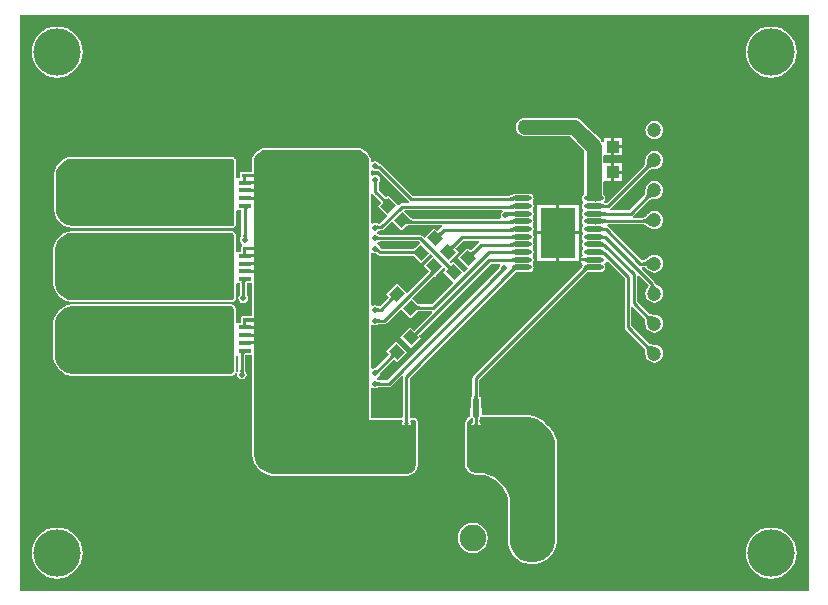
<source format=gbl>
G04*
G04 #@! TF.GenerationSoftware,Altium Limited,Altium Designer,20.0.12 (288)*
G04*
G04 Layer_Physical_Order=2*
G04 Layer_Color=16711680*
%FSLAX25Y25*%
%MOIN*%
G70*
G01*
G75*
%ADD11C,0.01000*%
%ADD13R,0.03898X0.01595*%
%ADD14R,0.06791X0.08799*%
%ADD25C,0.05000*%
%ADD26C,0.04724*%
%ADD27C,0.15748*%
%ADD28O,0.09252X0.08858*%
%ADD29C,0.08858*%
%ADD30C,0.11811*%
%ADD31C,0.05000*%
%ADD32C,0.02000*%
%ADD33R,0.11811X0.16535*%
%ADD34O,0.06496X0.01772*%
%ADD35R,0.03937X0.03937*%
%ADD36R,0.02000X0.02000*%
%ADD37R,0.05118X0.13386*%
G04:AMPARAMS|DCode=38|XSize=39.37mil|YSize=35.43mil|CornerRadius=0mil|HoleSize=0mil|Usage=FLASHONLY|Rotation=135.000|XOffset=0mil|YOffset=0mil|HoleType=Round|Shape=Rectangle|*
%AMROTATEDRECTD38*
4,1,4,0.02645,-0.00139,0.00139,-0.02645,-0.02645,0.00139,-0.00139,0.02645,0.02645,-0.00139,0.0*
%
%ADD38ROTATEDRECTD38*%

G04:AMPARAMS|DCode=39|XSize=39.37mil|YSize=35.43mil|CornerRadius=0mil|HoleSize=0mil|Usage=FLASHONLY|Rotation=45.000|XOffset=0mil|YOffset=0mil|HoleType=Round|Shape=Rectangle|*
%AMROTATEDRECTD39*
4,1,4,-0.00139,-0.02645,-0.02645,-0.00139,0.00139,0.02645,0.02645,0.00139,-0.00139,-0.02645,0.0*
%
%ADD39ROTATEDRECTD39*%

%ADD40R,0.02020X0.05931*%
G36*
X394500Y153500D02*
X131500D01*
Y345500D01*
X394500D01*
Y153500D01*
D02*
G37*
%LPC*%
G36*
X382000Y341515D02*
X380339Y341351D01*
X378741Y340867D01*
X377269Y340080D01*
X375979Y339021D01*
X374920Y337731D01*
X374133Y336259D01*
X373649Y334661D01*
X373485Y333000D01*
X373649Y331339D01*
X374133Y329741D01*
X374920Y328269D01*
X375979Y326979D01*
X377269Y325920D01*
X378741Y325133D01*
X380339Y324649D01*
X382000Y324485D01*
X383661Y324649D01*
X385259Y325133D01*
X386731Y325920D01*
X388021Y326979D01*
X389080Y328269D01*
X389867Y329741D01*
X390351Y331339D01*
X390515Y333000D01*
X390351Y334661D01*
X389867Y336259D01*
X389080Y337731D01*
X388021Y339021D01*
X386731Y340080D01*
X385259Y340867D01*
X383661Y341351D01*
X382000Y341515D01*
D02*
G37*
G36*
X144000D02*
X142339Y341351D01*
X140742Y340867D01*
X139269Y340080D01*
X137979Y339021D01*
X136920Y337731D01*
X136133Y336259D01*
X135649Y334661D01*
X135485Y333000D01*
X135649Y331339D01*
X136133Y329741D01*
X136920Y328269D01*
X137979Y326979D01*
X139269Y325920D01*
X140742Y325133D01*
X142339Y324649D01*
X144000Y324485D01*
X145661Y324649D01*
X147258Y325133D01*
X148731Y325920D01*
X150021Y326979D01*
X151080Y328269D01*
X151867Y329741D01*
X152351Y331339D01*
X152515Y333000D01*
X152351Y334661D01*
X151867Y336259D01*
X151080Y337731D01*
X150021Y339021D01*
X148731Y340080D01*
X147258Y340867D01*
X145661Y341351D01*
X144000Y341515D01*
D02*
G37*
G36*
X343000Y309988D02*
X342227Y309886D01*
X341506Y309588D01*
X340887Y309113D01*
X340412Y308494D01*
X340114Y307773D01*
X340012Y307000D01*
X340114Y306227D01*
X340412Y305506D01*
X340887Y304887D01*
X341506Y304413D01*
X342227Y304114D01*
X343000Y304012D01*
X343773Y304114D01*
X344494Y304413D01*
X345113Y304887D01*
X345587Y305506D01*
X345886Y306227D01*
X345988Y307000D01*
X345886Y307773D01*
X345587Y308494D01*
X345113Y309113D01*
X344494Y309588D01*
X343773Y309886D01*
X343000Y309988D01*
D02*
G37*
G36*
X332118Y304468D02*
X329650D01*
Y302000D01*
X332118D01*
Y304468D01*
D02*
G37*
G36*
X213557Y301150D02*
X213495Y301124D01*
X213430Y301137D01*
X212561Y300964D01*
X212505Y300927D01*
X212439D01*
X211620Y300588D01*
X211573Y300541D01*
X211508Y300528D01*
X210770Y300035D01*
X210733Y299980D01*
X210672Y299955D01*
X210045Y299328D01*
X210020Y299266D01*
X209964Y299229D01*
X209472Y298492D01*
X209459Y298427D01*
X209412Y298380D01*
X209073Y297561D01*
X209073Y297494D01*
X209036Y297439D01*
X208872Y296617D01*
X208884Y296557D01*
X208860Y296502D01*
X208851Y296012D01*
X208853Y296006D01*
X208851Y296000D01*
Y293149D01*
X205500Y293149D01*
X205041Y292959D01*
X204851Y292500D01*
Y291297D01*
X204583Y290897D01*
X203951Y290897D01*
X203649Y291272D01*
Y296699D01*
X203600Y296818D01*
Y296947D01*
X203448Y297315D01*
X203356Y297406D01*
X203307Y297526D01*
X203026Y297807D01*
X202906Y297856D01*
X202815Y297948D01*
X202448Y298100D01*
X202318D01*
X202199Y298149D01*
X148909D01*
X148848Y298124D01*
X148782Y298137D01*
X147623Y297906D01*
X147568Y297869D01*
X147501D01*
X146409Y297417D01*
X146362Y297370D01*
X146297Y297357D01*
X145314Y296701D01*
X145277Y296645D01*
X145216Y296620D01*
X144380Y295784D01*
X144355Y295723D01*
X144299Y295686D01*
X143643Y294703D01*
X143630Y294638D01*
X143583Y294591D01*
X143131Y293499D01*
Y293432D01*
X143094Y293377D01*
X142863Y292218D01*
X142876Y292152D01*
X142851Y292091D01*
Y291500D01*
Y280409D01*
X142876Y280348D01*
X142863Y280282D01*
X143094Y279123D01*
X143131Y279068D01*
Y279001D01*
X143583Y277909D01*
X143630Y277862D01*
X143643Y277797D01*
X144299Y276814D01*
X144355Y276777D01*
X144380Y276716D01*
X145216Y275880D01*
X145277Y275855D01*
X145314Y275799D01*
X146297Y275143D01*
X146362Y275130D01*
X146409Y275083D01*
X147501Y274631D01*
X147568D01*
X147623Y274594D01*
X148782Y274363D01*
X148848Y274376D01*
X148909Y274351D01*
X202199D01*
X202318Y274400D01*
X202447D01*
X202815Y274552D01*
X202906Y274644D01*
X203026Y274693D01*
X203307Y274974D01*
X203356Y275094D01*
X203448Y275185D01*
X203600Y275553D01*
Y275682D01*
X203649Y275801D01*
Y279932D01*
X203951Y280308D01*
X204150Y280308D01*
X205379D01*
Y272051D01*
X205351Y271991D01*
X205344Y271805D01*
X205338Y271752D01*
X205330Y271704D01*
X205322Y271668D01*
X205316Y271647D01*
X205314Y271645D01*
X205312Y271638D01*
X205301Y271622D01*
X205299Y271613D01*
X205297Y271609D01*
X205296Y271598D01*
X205293Y271584D01*
X205286Y271563D01*
X204993Y271124D01*
X204869Y270500D01*
X204993Y269876D01*
X205346Y269346D01*
X205740Y269083D01*
X205750Y268607D01*
X205727Y268536D01*
X205541Y268459D01*
X205351Y268000D01*
Y266496D01*
X204027D01*
X203951Y266496D01*
X203527Y266679D01*
Y271978D01*
X203478Y272097D01*
Y272226D01*
X203325Y272594D01*
X203234Y272685D01*
X203185Y272805D01*
X202903Y273086D01*
X202784Y273135D01*
X202693Y273227D01*
X202325Y273379D01*
X202196D01*
X202077Y273428D01*
X148787D01*
X148725Y273403D01*
X148660Y273416D01*
X147501Y273185D01*
X147445Y273148D01*
X147379D01*
X146287Y272696D01*
X146240Y272649D01*
X146175Y272636D01*
X145192Y271979D01*
X145155Y271924D01*
X145094Y271899D01*
X144258Y271063D01*
X144232Y271002D01*
X144177Y270965D01*
X143520Y269982D01*
X143508Y269917D01*
X143461Y269869D01*
X143008Y268778D01*
Y268711D01*
X142971Y268656D01*
X142741Y267497D01*
X142754Y267431D01*
X142728Y267370D01*
Y266779D01*
Y255688D01*
X142754Y255627D01*
X142741Y255561D01*
X142971Y254402D01*
X143008Y254347D01*
Y254280D01*
X143461Y253188D01*
X143508Y253141D01*
X143520Y253076D01*
X144177Y252093D01*
X144232Y252056D01*
X144258Y251995D01*
X145094Y251159D01*
X145155Y251134D01*
X145192Y251079D01*
X146175Y250422D01*
X146240Y250409D01*
X146287Y250362D01*
X147379Y249909D01*
X147445D01*
X147501Y249873D01*
X148660Y249642D01*
X148725Y249655D01*
X148787Y249629D01*
X202077D01*
X202196Y249679D01*
X202325D01*
X202693Y249831D01*
X202784Y249922D01*
X202903Y249972D01*
X203185Y250253D01*
X203234Y250373D01*
X203325Y250464D01*
X203478Y250832D01*
Y250961D01*
X203527Y251080D01*
Y255723D01*
X203951Y255906D01*
X204027Y255906D01*
X204817D01*
X204819Y255897D01*
X204835Y255801D01*
X204846Y255673D01*
X204851Y255501D01*
X204878Y255439D01*
Y252551D01*
X204851Y252491D01*
X204844Y252305D01*
X204838Y252252D01*
X204830Y252203D01*
X204822Y252168D01*
X204816Y252147D01*
X204814Y252145D01*
X204812Y252138D01*
X204801Y252122D01*
X204799Y252113D01*
X204797Y252109D01*
X204796Y252098D01*
X204793Y252084D01*
X204786Y252063D01*
X204493Y251624D01*
X204369Y251000D01*
X204493Y250376D01*
X204847Y249847D01*
X205376Y249493D01*
X206000Y249369D01*
X206624Y249493D01*
X207154Y249847D01*
X207507Y250376D01*
X207631Y251000D01*
X207507Y251624D01*
X207214Y252063D01*
X207207Y252084D01*
X207204Y252098D01*
X207203Y252109D01*
X207201Y252113D01*
X207199Y252122D01*
X207188Y252138D01*
X207186Y252145D01*
X207184Y252147D01*
X207178Y252168D01*
X207170Y252203D01*
X207163Y252244D01*
X207151Y252391D01*
X207149Y252478D01*
X207121Y252542D01*
Y255439D01*
X207149Y255501D01*
X207154Y255673D01*
X207165Y255801D01*
X207181Y255897D01*
X207183Y255906D01*
X208851D01*
X208851Y245149D01*
X205884Y245149D01*
X205425Y244959D01*
X205425Y244959D01*
X205235Y244500D01*
Y243080D01*
X204859Y242681D01*
X204027D01*
X203951Y242681D01*
X203527Y242864D01*
Y247478D01*
X203478Y247597D01*
Y247726D01*
X203325Y248094D01*
X203234Y248185D01*
X203185Y248305D01*
X202903Y248586D01*
X202784Y248635D01*
X202693Y248727D01*
X202325Y248879D01*
X202196D01*
X202077Y248928D01*
X148787D01*
X148725Y248903D01*
X148660Y248916D01*
X147501Y248685D01*
X147445Y248648D01*
X147379D01*
X146287Y248196D01*
X146240Y248149D01*
X146175Y248136D01*
X145192Y247479D01*
X145155Y247424D01*
X145094Y247399D01*
X144258Y246563D01*
X144232Y246501D01*
X144177Y246464D01*
X143520Y245482D01*
X143508Y245417D01*
X143461Y245370D01*
X143008Y244278D01*
Y244211D01*
X142971Y244156D01*
X142741Y242997D01*
X142754Y242931D01*
X142728Y242870D01*
Y242279D01*
Y231188D01*
X142754Y231126D01*
X142741Y231061D01*
X142971Y229902D01*
X143008Y229847D01*
Y229780D01*
X143461Y228688D01*
X143508Y228641D01*
X143520Y228576D01*
X144177Y227593D01*
X144232Y227556D01*
X144258Y227495D01*
X145094Y226659D01*
X145155Y226634D01*
X145192Y226578D01*
X146175Y225922D01*
X146240Y225909D01*
X146287Y225862D01*
X147379Y225410D01*
X147445D01*
X147501Y225373D01*
X148660Y225142D01*
X148725Y225155D01*
X148787Y225130D01*
X202077D01*
X202196Y225179D01*
X202325D01*
X202693Y225331D01*
X202784Y225423D01*
X202903Y225472D01*
X203185Y225753D01*
X203234Y225873D01*
X203325Y225964D01*
X203478Y226331D01*
Y226461D01*
X203527Y226580D01*
Y231756D01*
X203980Y232020D01*
X204084Y231981D01*
X204378Y231736D01*
Y227051D01*
X204351Y226991D01*
X204344Y226805D01*
X204338Y226752D01*
X204330Y226704D01*
X204322Y226668D01*
X204316Y226647D01*
X204314Y226645D01*
X204312Y226638D01*
X204301Y226622D01*
X204299Y226613D01*
X204297Y226609D01*
X204296Y226597D01*
X204293Y226584D01*
X204286Y226563D01*
X203993Y226124D01*
X203869Y225500D01*
X203993Y224876D01*
X204346Y224346D01*
X204876Y223993D01*
X205500Y223869D01*
X206124Y223993D01*
X206653Y224346D01*
X207007Y224876D01*
X207131Y225500D01*
X207007Y226124D01*
X206714Y226563D01*
X206707Y226584D01*
X206704Y226597D01*
X206703Y226609D01*
X206701Y226613D01*
X206699Y226622D01*
X206688Y226638D01*
X206686Y226645D01*
X206684Y226647D01*
X206678Y226668D01*
X206670Y226704D01*
X206663Y226744D01*
X206651Y226891D01*
X206649Y226978D01*
X206622Y227042D01*
Y232091D01*
X208851D01*
Y199500D01*
X208851Y198811D01*
X208876Y198749D01*
X208863Y198684D01*
X209132Y197332D01*
X209169Y197276D01*
Y197210D01*
X209697Y195936D01*
X209744Y195889D01*
X209757Y195823D01*
X210523Y194677D01*
X210578Y194640D01*
X210603Y194579D01*
X211578Y193603D01*
X211640Y193578D01*
X211677Y193523D01*
X212823Y192757D01*
X212889Y192744D01*
X212936Y192697D01*
X214210Y192169D01*
X214276D01*
X214332Y192132D01*
X215684Y191863D01*
X215749Y191876D01*
X215811Y191850D01*
X216500Y191851D01*
X241000D01*
X241689Y191850D01*
X241689Y191851D01*
X260500D01*
X260795Y191850D01*
X260857Y191876D01*
X260922Y191863D01*
X261502Y191978D01*
X261557Y192015D01*
X261624D01*
X262170Y192241D01*
X262217Y192288D01*
X262282Y192301D01*
X262773Y192630D01*
X262810Y192685D01*
X262872Y192710D01*
X263289Y193128D01*
X263315Y193190D01*
X263370Y193227D01*
X263699Y193718D01*
X263712Y193783D01*
X263759Y193830D01*
X263985Y194376D01*
Y194443D01*
X264022Y194498D01*
X264137Y195078D01*
X264124Y195143D01*
X264149Y195204D01*
X264149Y195500D01*
X264149Y195500D01*
Y209631D01*
X264132Y209672D01*
X264144Y209716D01*
X264110Y209976D01*
X264087Y210015D01*
X264093Y210059D01*
X264025Y210312D01*
X263998Y210348D01*
Y210393D01*
X263898Y210635D01*
X263866Y210667D01*
X263860Y210711D01*
X263794Y210825D01*
X263725Y210878D01*
X263691Y210959D01*
X263535Y211024D01*
X263400Y211127D01*
X263313Y211116D01*
X263232Y211149D01*
X261955D01*
X261736Y211265D01*
X261507Y211517D01*
Y224386D01*
X296240Y259118D01*
X296301Y259141D01*
X296667Y259480D01*
X296804Y259590D01*
X296923Y259672D01*
X296951Y259688D01*
X297285D01*
X297320Y259677D01*
X297340Y259688D01*
X301351D01*
X301931Y259804D01*
X302423Y260132D01*
X302751Y260623D01*
X302866Y261203D01*
X302751Y261783D01*
X302423Y262274D01*
Y262691D01*
X302751Y263182D01*
X302866Y263762D01*
X302751Y264342D01*
X302508Y264706D01*
X302455Y265042D01*
X302508Y265378D01*
X302751Y265741D01*
X302866Y266321D01*
X302751Y266901D01*
X302423Y267392D01*
Y267809D01*
X302751Y268301D01*
X302866Y268880D01*
X302751Y269460D01*
X302508Y269824D01*
X302455Y270160D01*
X302508Y270496D01*
X302751Y270860D01*
X302866Y271439D01*
X302751Y272019D01*
X302423Y272511D01*
Y272927D01*
X302751Y273419D01*
X302866Y273998D01*
X302751Y274578D01*
X302508Y274942D01*
X302455Y275278D01*
X302508Y275614D01*
X302751Y275978D01*
X302866Y276557D01*
X302751Y277137D01*
X302423Y277629D01*
Y278045D01*
X302751Y278537D01*
X302866Y279117D01*
X302751Y279696D01*
X302508Y280060D01*
X302455Y280396D01*
X302508Y280732D01*
X302751Y281096D01*
X302866Y281676D01*
X302751Y282255D01*
X302423Y282747D01*
Y283163D01*
X302751Y283655D01*
X302866Y284235D01*
X302751Y284814D01*
X302423Y285306D01*
X301931Y285634D01*
X301351Y285750D01*
X296627D01*
X296328Y285690D01*
X296286Y285707D01*
X296168Y285658D01*
X296047Y285634D01*
X296036Y285627D01*
X295951Y285614D01*
X295674Y285447D01*
X295563Y285392D01*
X295448Y285341D01*
X295335Y285300D01*
X295224Y285266D01*
X295116Y285241D01*
X295010Y285223D01*
X294905Y285212D01*
X294779Y285208D01*
X294718Y285181D01*
X262405D01*
X251984Y295602D01*
X251621Y295845D01*
X251320Y295905D01*
X251153Y296153D01*
X250624Y296507D01*
X250000Y296631D01*
X249376Y296507D01*
X249149Y296356D01*
X248936Y296393D01*
X248807Y296439D01*
X248637Y296570D01*
X248464Y297439D01*
X248427Y297495D01*
Y297561D01*
X248088Y298380D01*
X248041Y298427D01*
X248028Y298492D01*
X247535Y299229D01*
X247480Y299266D01*
X247455Y299328D01*
X246828Y299955D01*
X246766Y299980D01*
X246729Y300035D01*
X245992Y300528D01*
X245927Y300541D01*
X245880Y300588D01*
X245061Y300927D01*
X244994Y300927D01*
X244939Y300964D01*
X244097Y301131D01*
X244036Y301119D01*
X243978Y301144D01*
X243542Y301149D01*
X243538Y301147D01*
X243534Y301149D01*
X243500Y301149D01*
X243499Y301149D01*
X214000Y301149D01*
X213557Y301150D01*
D02*
G37*
G36*
X332118Y301000D02*
X329650D01*
Y298532D01*
X332118D01*
Y301000D01*
D02*
G37*
G36*
X329650Y295969D02*
Y293500D01*
X332118D01*
Y295969D01*
X329650D01*
D02*
G37*
G36*
X332118Y292500D02*
X329650D01*
Y290032D01*
X332118D01*
Y292500D01*
D02*
G37*
G36*
X316350Y311127D02*
X316350Y311127D01*
X300000D01*
X299191Y311020D01*
X298437Y310708D01*
X297789Y310211D01*
X297292Y309563D01*
X296980Y308809D01*
X296873Y308000D01*
X296980Y307191D01*
X297292Y306437D01*
X297789Y305789D01*
X298437Y305292D01*
X299191Y304980D01*
X300000Y304873D01*
X315055D01*
X316870Y303058D01*
X316891Y303005D01*
X319530Y300273D01*
X319724Y300048D01*
Y293000D01*
X319724Y293000D01*
X319724Y293000D01*
Y286904D01*
X319695Y286415D01*
X319692Y286063D01*
X319709Y285938D01*
X319758Y285562D01*
X319375Y285306D01*
X319046Y284814D01*
X318931Y284235D01*
X319046Y283655D01*
X319375Y283163D01*
Y282747D01*
X319046Y282255D01*
X318931Y281676D01*
X319046Y281096D01*
X319289Y280732D01*
X319342Y280396D01*
X319289Y280060D01*
X319046Y279696D01*
X318931Y279117D01*
X319046Y278537D01*
X319375Y278045D01*
Y277629D01*
X319046Y277137D01*
X318931Y276557D01*
X319046Y275978D01*
X319289Y275614D01*
X319342Y275278D01*
X319289Y274942D01*
X319046Y274578D01*
X318931Y273998D01*
X319046Y273419D01*
X319375Y272927D01*
Y272511D01*
X319046Y272019D01*
X318931Y271439D01*
X319046Y270860D01*
X319289Y270496D01*
X319342Y270160D01*
X319289Y269824D01*
X319046Y269460D01*
X318931Y268880D01*
X319046Y268301D01*
X319375Y267809D01*
Y267392D01*
X319046Y266901D01*
X318931Y266321D01*
X319046Y265741D01*
X319345Y265295D01*
X319086Y265122D01*
X318670Y264498D01*
X318623Y264262D01*
X322808D01*
Y263262D01*
X318623D01*
X318670Y263026D01*
X319048Y262459D01*
X319140Y261979D01*
X319098Y261861D01*
X319046Y261783D01*
X319043Y261768D01*
X318992Y261697D01*
X318969Y261605D01*
X318946Y261534D01*
X318915Y261458D01*
X318875Y261377D01*
X318826Y261291D01*
X318766Y261200D01*
X318700Y261110D01*
X318518Y260896D01*
X318412Y260785D01*
X318387Y260721D01*
X282707Y225041D01*
X282464Y224677D01*
X282378Y224248D01*
X282379Y224248D01*
Y218504D01*
X282351Y218442D01*
X282346Y218271D01*
X282335Y218145D01*
X282320Y218050D01*
X282317Y218037D01*
X281900D01*
Y217616D01*
X281826Y217437D01*
Y214500D01*
X281500D01*
Y211553D01*
X281227Y211370D01*
X281190Y211315D01*
X281128Y211289D01*
X280711Y210872D01*
X280685Y210810D01*
X280630Y210773D01*
X280301Y210282D01*
X280289Y210217D01*
X280241Y210170D01*
X280015Y209624D01*
Y209557D01*
X279978Y209502D01*
X279863Y208922D01*
X279876Y208857D01*
X279851Y208795D01*
X279851Y195500D01*
X279871Y195452D01*
X279858Y195401D01*
X279907Y195081D01*
X279942Y195024D01*
X279939Y194958D01*
X280055Y194639D01*
Y194307D01*
X280199D01*
X280205Y194300D01*
X280216Y194234D01*
X280552Y193681D01*
X280605Y193641D01*
X280628Y193579D01*
X281065Y193101D01*
X281126Y193073D01*
X281160Y193016D01*
X281683Y192633D01*
X281747Y192617D01*
X281792Y192568D01*
X282379Y192295D01*
X282446Y192292D01*
X282499Y192252D01*
X283128Y192098D01*
X283194Y192108D01*
X283254Y192080D01*
X283729Y192060D01*
X283770Y192075D01*
X283812Y192061D01*
X284267Y192100D01*
X284900Y192079D01*
X286220Y191905D01*
X287496Y191563D01*
X288717Y191058D01*
X289861Y190397D01*
X290909Y189593D01*
X291843Y188659D01*
X292647Y187611D01*
X293308Y186467D01*
X293813Y185246D01*
X294155Y183970D01*
X294329Y182650D01*
X294351Y181989D01*
X294351Y170000D01*
Y169311D01*
X294376Y169249D01*
X294363Y169184D01*
X294632Y167832D01*
X294669Y167776D01*
Y167710D01*
X295197Y166436D01*
X295244Y166389D01*
X295257Y166323D01*
X296023Y165177D01*
X296078Y165140D01*
X296104Y165078D01*
X297078Y164103D01*
X297140Y164078D01*
X297177Y164023D01*
X298323Y163257D01*
X298389Y163244D01*
X298436Y163197D01*
X299710Y162669D01*
X299776D01*
X299832Y162632D01*
X301184Y162363D01*
X301249Y162376D01*
X301311Y162351D01*
X303239D01*
X303300Y162376D01*
X303365Y162363D01*
X304814Y162651D01*
X304870Y162688D01*
X304936D01*
X306301Y163254D01*
X306348Y163301D01*
X306413Y163314D01*
X307642Y164134D01*
X307679Y164190D01*
X307740Y164215D01*
X308785Y165260D01*
X308810Y165321D01*
X308866Y165358D01*
X309686Y166587D01*
X309699Y166652D01*
X309746Y166699D01*
X310312Y168064D01*
Y168130D01*
X310349Y168186D01*
X310637Y169635D01*
X310624Y169700D01*
X310649Y169761D01*
Y170500D01*
X310649Y199462D01*
X310727Y200130D01*
X310715Y200173D01*
X310731Y200214D01*
X310710Y201633D01*
X310692Y201674D01*
X310703Y201718D01*
X310496Y203121D01*
X310473Y203160D01*
X310479Y203204D01*
X310091Y204569D01*
X310063Y204604D01*
X310062Y204649D01*
X309500Y205951D01*
X309467Y205982D01*
X309461Y206027D01*
X308733Y207245D01*
X308697Y207271D01*
X308685Y207314D01*
X307804Y208427D01*
X307765Y208449D01*
X307747Y208490D01*
X306729Y209478D01*
X306687Y209494D01*
X306664Y209533D01*
X305526Y210379D01*
X305482Y210390D01*
X305454Y210425D01*
X304215Y211116D01*
X304171Y211121D01*
X304138Y211152D01*
X302820Y211675D01*
X302775Y211675D01*
X302739Y211701D01*
X301363Y212048D01*
X301319Y212041D01*
X301280Y212063D01*
X300575Y212145D01*
X300537Y212134D01*
X300500Y212149D01*
X285500Y212149D01*
Y214500D01*
X285145D01*
Y217437D01*
X285100Y217545D01*
Y218037D01*
X284683D01*
X284680Y218050D01*
X284665Y218145D01*
X284654Y218271D01*
X284649Y218442D01*
X284622Y218504D01*
Y223783D01*
X319979Y259141D01*
X320044Y259167D01*
X320232Y259348D01*
X320393Y259491D01*
X320534Y259603D01*
X320650Y259683D01*
X320658Y259688D01*
X320977D01*
X321013Y259676D01*
X321039Y259688D01*
X325170D01*
X325750Y259804D01*
X326242Y260132D01*
X326570Y260623D01*
X326685Y261203D01*
X326570Y261783D01*
X326271Y262230D01*
X326530Y262403D01*
X326947Y263026D01*
X326969Y263140D01*
X327448Y263285D01*
X333094Y257639D01*
Y241284D01*
X333094Y241284D01*
X333179Y240855D01*
X333422Y240491D01*
X339505Y234409D01*
X339525Y234351D01*
X339621Y234242D01*
X339688Y234146D01*
X339751Y234028D01*
X339810Y233887D01*
X339863Y233721D01*
X339909Y233531D01*
X339943Y233325D01*
X339985Y232807D01*
X339988Y232517D01*
X340020Y232444D01*
X340114Y231727D01*
X340412Y231006D01*
X340887Y230387D01*
X341506Y229912D01*
X342227Y229614D01*
X343000Y229512D01*
X343773Y229614D01*
X344494Y229912D01*
X345113Y230387D01*
X345587Y231006D01*
X345886Y231727D01*
X345988Y232500D01*
X345886Y233273D01*
X345587Y233994D01*
X345113Y234613D01*
X344494Y235087D01*
X343773Y235386D01*
X343070Y235479D01*
X342998Y235511D01*
X342415Y235530D01*
X342184Y235555D01*
X341969Y235591D01*
X341779Y235637D01*
X341613Y235690D01*
X341472Y235749D01*
X341354Y235812D01*
X341258Y235879D01*
X341148Y235975D01*
X341091Y235995D01*
X335337Y241749D01*
Y247870D01*
X335837Y248077D01*
X339505Y244409D01*
X339525Y244352D01*
X339621Y244242D01*
X339688Y244146D01*
X339751Y244028D01*
X339810Y243887D01*
X339863Y243721D01*
X339909Y243531D01*
X339943Y243325D01*
X339985Y242807D01*
X339988Y242517D01*
X340020Y242444D01*
X340114Y241727D01*
X340412Y241006D01*
X340887Y240387D01*
X341506Y239913D01*
X342227Y239614D01*
X343000Y239512D01*
X343773Y239614D01*
X344494Y239913D01*
X345113Y240387D01*
X345587Y241006D01*
X345886Y241727D01*
X345988Y242500D01*
X345886Y243273D01*
X345587Y243994D01*
X345113Y244613D01*
X344494Y245088D01*
X343773Y245386D01*
X343070Y245479D01*
X342998Y245511D01*
X342415Y245530D01*
X342184Y245555D01*
X341969Y245591D01*
X341779Y245637D01*
X341613Y245690D01*
X341472Y245749D01*
X341354Y245812D01*
X341258Y245879D01*
X341148Y245975D01*
X341091Y245995D01*
X337337Y249749D01*
Y258345D01*
X337837Y258553D01*
X341113Y255277D01*
X341104Y255208D01*
X341080Y255080D01*
X341050Y254968D01*
X341017Y254872D01*
X340981Y254791D01*
X340944Y254725D01*
X340905Y254671D01*
X340841Y254599D01*
X340814Y254520D01*
X340750Y254467D01*
X340747Y254430D01*
X340412Y253994D01*
X340114Y253273D01*
X340012Y252500D01*
X340114Y251727D01*
X340412Y251006D01*
X340887Y250387D01*
X341506Y249913D01*
X342227Y249614D01*
X343000Y249512D01*
X343773Y249614D01*
X344494Y249913D01*
X345113Y250387D01*
X345587Y251006D01*
X345886Y251727D01*
X345988Y252500D01*
X345886Y253273D01*
X345587Y253994D01*
X345113Y254613D01*
X344494Y255087D01*
X343773Y255386D01*
X343717Y255393D01*
X343709Y255403D01*
X343627Y255410D01*
X343561Y255458D01*
X343486Y255476D01*
X343468Y255483D01*
X343468Y255483D01*
X343460Y255502D01*
X343450Y255542D01*
X343441Y255604D01*
X343436Y255716D01*
X343379Y255840D01*
X343323Y256118D01*
X343080Y256482D01*
X343080Y256482D01*
X338891Y260670D01*
X339015Y261241D01*
X339233Y261352D01*
X339379Y261343D01*
X339494Y261321D01*
X339622Y261283D01*
X339764Y261225D01*
X339919Y261145D01*
X340085Y261043D01*
X340255Y260922D01*
X340651Y260585D01*
X340859Y260382D01*
X340932Y260353D01*
X341506Y259912D01*
X342227Y259614D01*
X343000Y259512D01*
X343773Y259614D01*
X344494Y259912D01*
X345113Y260387D01*
X345587Y261006D01*
X345886Y261727D01*
X345988Y262500D01*
X345886Y263273D01*
X345587Y263994D01*
X345113Y264613D01*
X344494Y265088D01*
X343773Y265386D01*
X343000Y265488D01*
X342227Y265386D01*
X341506Y265088D01*
X340943Y264655D01*
X340869Y264628D01*
X340443Y264229D01*
X340262Y264083D01*
X340085Y263957D01*
X339919Y263855D01*
X339764Y263775D01*
X339622Y263717D01*
X339494Y263679D01*
X339379Y263657D01*
X339233Y263648D01*
X339179Y263622D01*
X338769D01*
X327597Y274793D01*
X327462Y274883D01*
X327368Y275447D01*
X327476Y275585D01*
X339263D01*
X339318Y275558D01*
X339456Y275550D01*
X339573Y275530D01*
X339710Y275492D01*
X339865Y275435D01*
X340039Y275358D01*
X340228Y275259D01*
X340427Y275141D01*
X340888Y274825D01*
X341136Y274635D01*
X341260Y274601D01*
X341506Y274412D01*
X342227Y274114D01*
X343000Y274012D01*
X343773Y274114D01*
X344494Y274412D01*
X345113Y274887D01*
X345587Y275506D01*
X345886Y276227D01*
X345988Y277000D01*
X345886Y277773D01*
X345587Y278494D01*
X345113Y279113D01*
X344494Y279588D01*
X343773Y279886D01*
X343000Y279988D01*
X342227Y279886D01*
X341506Y279588D01*
X340887Y279113D01*
X340722Y278897D01*
X340614Y278838D01*
X340439Y278620D01*
X340278Y278440D01*
X340122Y278288D01*
X339972Y278161D01*
X339829Y278059D01*
X339695Y277981D01*
X339569Y277924D01*
X339451Y277886D01*
X339338Y277864D01*
X339188Y277855D01*
X339168Y277845D01*
X339147Y277851D01*
X339107Y277828D01*
X336068D01*
X335914Y278314D01*
X335914Y278328D01*
X341091Y283505D01*
X341148Y283525D01*
X341258Y283621D01*
X341354Y283688D01*
X341472Y283751D01*
X341613Y283810D01*
X341779Y283863D01*
X341969Y283909D01*
X342175Y283943D01*
X342693Y283985D01*
X342983Y283988D01*
X343056Y284020D01*
X343773Y284114D01*
X344494Y284413D01*
X345113Y284887D01*
X345587Y285506D01*
X345886Y286227D01*
X345988Y287000D01*
X345886Y287773D01*
X345587Y288494D01*
X345113Y289113D01*
X344494Y289587D01*
X343773Y289886D01*
X343000Y289988D01*
X342227Y289886D01*
X341506Y289587D01*
X340887Y289113D01*
X340412Y288494D01*
X340114Y287773D01*
X340021Y287070D01*
X339989Y286998D01*
X339970Y286415D01*
X339945Y286184D01*
X339909Y285969D01*
X339863Y285779D01*
X339810Y285613D01*
X339751Y285472D01*
X339688Y285354D01*
X339621Y285258D01*
X339525Y285148D01*
X339505Y285091D01*
X334653Y280240D01*
X328406D01*
X328254Y280740D01*
X328470Y280884D01*
X341091Y293505D01*
X341148Y293525D01*
X341258Y293621D01*
X341354Y293688D01*
X341472Y293751D01*
X341613Y293810D01*
X341779Y293863D01*
X341969Y293909D01*
X342175Y293943D01*
X342693Y293985D01*
X342983Y293988D01*
X343056Y294020D01*
X343773Y294114D01*
X344494Y294412D01*
X345113Y294887D01*
X345587Y295506D01*
X345886Y296227D01*
X345988Y297000D01*
X345886Y297773D01*
X345587Y298494D01*
X345113Y299113D01*
X344494Y299587D01*
X343773Y299886D01*
X343000Y299988D01*
X342227Y299886D01*
X341506Y299587D01*
X340887Y299113D01*
X340412Y298494D01*
X340114Y297773D01*
X340021Y297070D01*
X339989Y296998D01*
X339970Y296415D01*
X339945Y296184D01*
X339909Y295969D01*
X339863Y295779D01*
X339810Y295613D01*
X339751Y295472D01*
X339688Y295354D01*
X339621Y295258D01*
X339525Y295148D01*
X339505Y295091D01*
X327213Y282799D01*
X326962D01*
X326898Y282826D01*
X326743Y282829D01*
X326591Y282841D01*
X326398Y283175D01*
X326376Y283289D01*
X326381Y283372D01*
X326570Y283655D01*
X326685Y284235D01*
X326570Y284814D01*
X326242Y285306D01*
X326213Y285325D01*
X325900Y285716D01*
X325946Y286063D01*
X325939Y286112D01*
X325944Y286158D01*
X325948Y286200D01*
X325948Y286201D01*
X325990Y286623D01*
X325988Y286640D01*
X325977Y287136D01*
Y289616D01*
X326181Y290032D01*
X326477Y290032D01*
X328650D01*
Y293000D01*
Y295969D01*
X326477D01*
X326181Y295969D01*
X325977Y296384D01*
Y298116D01*
X326181Y298532D01*
X326477Y298532D01*
X328650D01*
Y301500D01*
Y304468D01*
X326181D01*
Y302866D01*
X325681Y302767D01*
X325558Y303063D01*
X325419Y303245D01*
Y303366D01*
X325456Y303456D01*
X325450Y303473D01*
X325455Y303489D01*
X325419Y303566D01*
Y304068D01*
X325098D01*
X321329Y307474D01*
X321281Y307491D01*
X318561Y310211D01*
X317914Y310708D01*
X317160Y311020D01*
X316755Y311073D01*
X316350Y311127D01*
D02*
G37*
G36*
X317804Y281987D02*
X311399D01*
Y273219D01*
X317804D01*
Y281987D01*
D02*
G37*
G36*
X310399D02*
X303993D01*
Y273219D01*
X310399D01*
Y281987D01*
D02*
G37*
G36*
X317804Y272219D02*
X311399D01*
Y263451D01*
X317804D01*
Y272219D01*
D02*
G37*
G36*
X310399D02*
X303993D01*
Y263451D01*
X310399D01*
Y272219D01*
D02*
G37*
G36*
X282500Y176073D02*
X281187Y175900D01*
X279964Y175393D01*
X278913Y174587D01*
X278107Y173536D01*
X277600Y172313D01*
X277428Y171000D01*
X277600Y169687D01*
X278107Y168464D01*
X278913Y167413D01*
X279964Y166607D01*
X281187Y166100D01*
X282500Y165928D01*
X283813Y166100D01*
X285036Y166607D01*
X286087Y167413D01*
X286893Y168464D01*
X287400Y169687D01*
X287573Y171000D01*
X287400Y172313D01*
X286893Y173536D01*
X286087Y174587D01*
X285036Y175393D01*
X283813Y175900D01*
X282500Y176073D01*
D02*
G37*
G36*
X382000Y174515D02*
X380339Y174351D01*
X378741Y173867D01*
X377269Y173080D01*
X375979Y172021D01*
X374920Y170731D01*
X374133Y169258D01*
X373649Y167661D01*
X373485Y166000D01*
X373649Y164339D01*
X374133Y162741D01*
X374920Y161269D01*
X375979Y159979D01*
X377269Y158920D01*
X378741Y158133D01*
X380339Y157649D01*
X382000Y157485D01*
X383661Y157649D01*
X385259Y158133D01*
X386731Y158920D01*
X388021Y159979D01*
X389080Y161269D01*
X389867Y162741D01*
X390351Y164339D01*
X390515Y166000D01*
X390351Y167661D01*
X389867Y169258D01*
X389080Y170731D01*
X388021Y172021D01*
X386731Y173080D01*
X385259Y173867D01*
X383661Y174351D01*
X382000Y174515D01*
D02*
G37*
G36*
X144000D02*
X142339Y174351D01*
X140742Y173867D01*
X139269Y173080D01*
X137979Y172021D01*
X136920Y170731D01*
X136133Y169258D01*
X135649Y167661D01*
X135485Y166000D01*
X135649Y164339D01*
X136133Y162741D01*
X136920Y161269D01*
X137979Y159979D01*
X139269Y158920D01*
X140742Y158133D01*
X142339Y157649D01*
X144000Y157485D01*
X145661Y157649D01*
X147258Y158133D01*
X148731Y158920D01*
X150021Y159979D01*
X151080Y161269D01*
X151867Y162741D01*
X152351Y164339D01*
X152515Y166000D01*
X152351Y167661D01*
X151867Y169258D01*
X151080Y170731D01*
X150021Y172021D01*
X148731Y173080D01*
X147258Y173867D01*
X145661Y174351D01*
X144000Y174515D01*
D02*
G37*
%LPD*%
G36*
X250662Y289743D02*
X250628Y289693D01*
X250598Y289636D01*
X250572Y289571D01*
X250550Y289500D01*
X250532Y289421D01*
X250518Y289335D01*
X250508Y289242D01*
X250500Y289034D01*
X249500D01*
X249498Y289142D01*
X249482Y289335D01*
X249468Y289421D01*
X249450Y289500D01*
X249428Y289571D01*
X249402Y289636D01*
X249372Y289693D01*
X249338Y289743D01*
X249300Y289786D01*
X250700D01*
X250662Y289743D01*
D02*
G37*
G36*
X296286Y283412D02*
X296231Y283440D01*
X296155Y283465D01*
X296057Y283487D01*
X295938Y283506D01*
X295635Y283536D01*
X295019Y283558D01*
X294771Y283559D01*
X294801Y284559D01*
X294949Y284564D01*
X295097Y284579D01*
X295245Y284604D01*
X295393Y284639D01*
X295542Y284684D01*
X295690Y284739D01*
X295839Y284803D01*
X295988Y284878D01*
X296286Y285058D01*
Y283412D01*
D02*
G37*
G36*
X249376Y293493D02*
X250000Y293369D01*
X250624Y293493D01*
X250802Y293612D01*
X261148Y283266D01*
X261148Y283266D01*
X261364Y283121D01*
X261212Y282622D01*
X259000D01*
X259000Y282622D01*
X258571Y282536D01*
X258207Y282293D01*
X258096Y282182D01*
X258089Y282181D01*
X257725Y281938D01*
X257374Y282259D01*
X254407Y285226D01*
X253690Y284509D01*
X253449Y284681D01*
X253367Y284758D01*
X253308Y284781D01*
X253298Y284788D01*
X251121Y286965D01*
Y288949D01*
X251149Y289009D01*
X251156Y289195D01*
X251162Y289248D01*
X251170Y289297D01*
X251178Y289332D01*
X251184Y289353D01*
X251186Y289355D01*
X251188Y289362D01*
X251199Y289378D01*
X251201Y289387D01*
X251203Y289391D01*
X251204Y289403D01*
X251207Y289416D01*
X251214Y289437D01*
X251507Y289876D01*
X251631Y290500D01*
X251507Y291124D01*
X251153Y291653D01*
X250624Y292007D01*
X250000Y292131D01*
X249376Y292007D01*
X249149Y291856D01*
X248649Y292123D01*
Y293377D01*
X249149Y293644D01*
X249376Y293493D01*
D02*
G37*
G36*
X253059Y284155D02*
X253191Y284044D01*
X253316Y283954D01*
X253434Y283886D01*
X253545Y283839D01*
X253648Y283814D01*
X253744Y283810D01*
X253833Y283827D01*
X253914Y283865D01*
X253989Y283926D01*
X252574Y282511D01*
X252635Y282586D01*
X252673Y282667D01*
X252690Y282756D01*
X252686Y282852D01*
X252661Y282955D01*
X252614Y283066D01*
X252546Y283184D01*
X252456Y283309D01*
X252345Y283441D01*
X252213Y283580D01*
X252920Y284288D01*
X253059Y284155D01*
D02*
G37*
G36*
X296286Y280853D02*
X296231Y280880D01*
X296155Y280906D01*
X296057Y280928D01*
X295938Y280947D01*
X295635Y280976D01*
X295019Y280998D01*
X294771Y281000D01*
X294801Y282000D01*
X294949Y282005D01*
X295097Y282020D01*
X295245Y282045D01*
X295393Y282080D01*
X295542Y282125D01*
X295690Y282179D01*
X295839Y282244D01*
X295988Y282319D01*
X296286Y282499D01*
Y280853D01*
D02*
G37*
G36*
Y278293D02*
X296185Y278355D01*
X296076Y278410D01*
X295959Y278458D01*
X295834Y278500D01*
X295700Y278536D01*
X295559Y278565D01*
X295409Y278588D01*
X295085Y278613D01*
X294954Y278616D01*
X294881Y278614D01*
X294782Y278607D01*
X294694Y278594D01*
X294616Y278577D01*
X294548Y278555D01*
X294491Y278528D01*
X294443Y278496D01*
X294406Y278459D01*
X294379Y278417D01*
X294363Y278370D01*
X293688Y279553D01*
X294845Y279616D01*
X294910Y279163D01*
Y279616D01*
X295085Y279620D01*
X295409Y279646D01*
X295559Y279668D01*
X295700Y279697D01*
X295834Y279733D01*
X295959Y279775D01*
X296076Y279823D01*
X296185Y279878D01*
X296286Y279940D01*
Y278293D01*
D02*
G37*
G36*
X292425Y279878D02*
X292236Y279752D01*
X291882Y279223D01*
X291758Y278598D01*
X291876Y278003D01*
X291877Y277916D01*
X291621Y277503D01*
X262451D01*
X262389Y277531D01*
X262111Y277539D01*
X262087Y277598D01*
X262051Y277613D01*
X262032Y277647D01*
X261966Y277666D01*
X261792Y277840D01*
X261731Y277932D01*
X261639Y277994D01*
X259754Y279878D01*
X259961Y280379D01*
X292273D01*
X292425Y279878D01*
D02*
G37*
G36*
X249207Y285707D02*
X251712Y283202D01*
X251719Y283192D01*
X251742Y283133D01*
X251819Y283051D01*
X251991Y282810D01*
X250774Y281593D01*
X254077Y278290D01*
X251596Y275809D01*
X251406D01*
X251343Y275836D01*
X251148Y275841D01*
X251087Y275846D01*
X250963Y275862D01*
X250935Y275867D01*
X250913Y275873D01*
X250913Y275873D01*
X250906Y275877D01*
X250901Y275878D01*
X250884Y275886D01*
X250838Y275888D01*
X250793Y275894D01*
X250624Y276007D01*
X250000Y276131D01*
X249376Y276007D01*
X249149Y275856D01*
X248649Y276123D01*
Y285641D01*
X249149Y285793D01*
X249207Y285707D01*
D02*
G37*
G36*
X296286Y275734D02*
X296231Y275762D01*
X296155Y275787D01*
X296057Y275810D01*
X295938Y275829D01*
X295635Y275858D01*
X295019Y275880D01*
X294771Y275882D01*
X294801Y276882D01*
X294949Y276887D01*
X295096Y276902D01*
X295245Y276927D01*
X295393Y276962D01*
X295542Y277007D01*
X295690Y277061D01*
X295839Y277126D01*
X295988Y277201D01*
X296286Y277381D01*
Y275734D01*
D02*
G37*
G36*
X261589Y277090D02*
X261575Y277047D01*
X261586Y277008D01*
X261623Y276975D01*
X261685Y276946D01*
X261772Y276923D01*
X261884Y276905D01*
X262021Y276892D01*
X262370Y276882D01*
X261370Y275882D01*
X261175Y275877D01*
X260990Y275862D01*
X260815Y275837D01*
X260650Y275802D01*
X260495Y275757D01*
X260350Y275702D01*
X260215Y275637D01*
X260090Y275562D01*
X259975Y275477D01*
X259870Y275382D01*
X261628Y277139D01*
X261589Y277090D01*
D02*
G37*
G36*
X202567Y297348D02*
X202848Y297066D01*
X203000Y296699D01*
Y296500D01*
Y276000D01*
Y275801D01*
X202848Y275433D01*
X202567Y275152D01*
X202199Y275000D01*
X148909D01*
X147750Y275231D01*
X146658Y275683D01*
X145675Y276340D01*
X144840Y277175D01*
X144183Y278158D01*
X143731Y279250D01*
X143500Y280409D01*
Y281000D01*
Y291500D01*
Y292091D01*
X143731Y293250D01*
X144183Y294342D01*
X144840Y295325D01*
X145675Y296161D01*
X146658Y296817D01*
X147750Y297269D01*
X148909Y297500D01*
X202199D01*
X202567Y297348D01*
D02*
G37*
G36*
X250613Y275296D02*
X250663Y275273D01*
X250720Y275253D01*
X250784Y275235D01*
X250856Y275220D01*
X251022Y275199D01*
X251116Y275192D01*
X251327Y275187D01*
X251550Y274187D01*
X251442Y274184D01*
X251251Y274165D01*
X251168Y274148D01*
X251092Y274127D01*
X251024Y274100D01*
X250964Y274069D01*
X250912Y274033D01*
X250869Y273992D01*
X250832Y273946D01*
X250571Y275321D01*
X250613Y275296D01*
D02*
G37*
G36*
X258861Y273507D02*
X260226Y274872D01*
X260306Y274900D01*
X260387Y274974D01*
X260451Y275021D01*
X260524Y275065D01*
X260607Y275105D01*
X260701Y275140D01*
X260809Y275172D01*
X260929Y275197D01*
X261063Y275216D01*
X261210Y275228D01*
X261387Y275233D01*
X261449Y275260D01*
X272140D01*
X272292Y274760D01*
X272076Y274616D01*
X272076Y274616D01*
X271104Y273644D01*
X271040Y273620D01*
X270917Y273502D01*
X270820Y273422D01*
X270743Y273366D01*
X270728Y273358D01*
X269727Y274359D01*
X266424Y271056D01*
X265687Y271793D01*
X265323Y272036D01*
X264894Y272122D01*
X264894Y272122D01*
X251551D01*
X251491Y272149D01*
X251305Y272156D01*
X251252Y272162D01*
X251203Y272170D01*
X251168Y272178D01*
X251147Y272184D01*
X251145Y272186D01*
X251138Y272188D01*
X251122Y272199D01*
X251113Y272201D01*
X251109Y272203D01*
X251097Y272204D01*
X251084Y272207D01*
X251063Y272214D01*
X250652Y272489D01*
X250624Y272702D01*
Y272798D01*
X250652Y273011D01*
X251153Y273346D01*
X251251Y273492D01*
X251266Y273494D01*
X251273Y273497D01*
X251284Y273500D01*
X251298Y273510D01*
X251300Y273511D01*
X251322Y273517D01*
X251348Y273522D01*
X251482Y273536D01*
X251564Y273538D01*
X251625Y273565D01*
X251691Y273553D01*
X251709Y273565D01*
X252060D01*
X252060Y273565D01*
X252489Y273651D01*
X252853Y273894D01*
X255663Y276704D01*
X258861Y273507D01*
D02*
G37*
G36*
X296286Y273175D02*
X296231Y273203D01*
X296155Y273228D01*
X296057Y273251D01*
X295938Y273270D01*
X295635Y273299D01*
X295019Y273321D01*
X294771Y273323D01*
X294801Y274323D01*
X294949Y274328D01*
X295097Y274343D01*
X295245Y274368D01*
X295393Y274403D01*
X295542Y274447D01*
X295690Y274502D01*
X295839Y274567D01*
X295988Y274642D01*
X296286Y274821D01*
Y273175D01*
D02*
G37*
G36*
X272194Y272441D02*
X272063Y272303D01*
X271954Y272173D01*
X271865Y272049D01*
X271798Y271932D01*
X271752Y271823D01*
X271727Y271720D01*
X271724Y271624D01*
X271742Y271536D01*
X271780Y271455D01*
X271841Y271381D01*
X270426Y272795D01*
X270501Y272735D01*
X270582Y272696D01*
X270670Y272678D01*
X270766Y272682D01*
X270868Y272706D01*
X270978Y272752D01*
X271094Y272819D01*
X271218Y272908D01*
X271349Y273018D01*
X271487Y273148D01*
X272194Y272441D01*
D02*
G37*
G36*
X207002Y271858D02*
X207018Y271665D01*
X207032Y271579D01*
X207050Y271500D01*
X207072Y271428D01*
X207098Y271364D01*
X207128Y271307D01*
X207162Y271257D01*
X207200Y271214D01*
X205800D01*
X205838Y271257D01*
X205872Y271307D01*
X205902Y271364D01*
X205928Y271428D01*
X205950Y271500D01*
X205968Y271579D01*
X205982Y271665D01*
X205992Y271758D01*
X206000Y271966D01*
X207000D01*
X207002Y271858D01*
D02*
G37*
G36*
X296286Y270616D02*
X296231Y270644D01*
X296155Y270669D01*
X296057Y270691D01*
X295938Y270711D01*
X295635Y270740D01*
X295019Y270762D01*
X294771Y270764D01*
X294801Y271764D01*
X294949Y271769D01*
X295097Y271784D01*
X295245Y271809D01*
X295393Y271844D01*
X295542Y271888D01*
X295690Y271943D01*
X295839Y272008D01*
X295988Y272083D01*
X296286Y272263D01*
Y270616D01*
D02*
G37*
G36*
X250757Y271662D02*
X250807Y271628D01*
X250864Y271598D01*
X250928Y271572D01*
X251000Y271550D01*
X251079Y271532D01*
X251165Y271518D01*
X251258Y271508D01*
X251466Y271500D01*
Y270500D01*
X251358Y270498D01*
X251165Y270482D01*
X251079Y270468D01*
X251000Y270450D01*
X250928Y270428D01*
X250864Y270402D01*
X250807Y270372D01*
X250757Y270338D01*
X250714Y270300D01*
Y271700D01*
X250757Y271662D01*
D02*
G37*
G36*
X276421Y268214D02*
X276290Y268076D01*
X276181Y267945D01*
X276092Y267822D01*
X276025Y267705D01*
X275979Y267595D01*
X275955Y267493D01*
X275951Y267397D01*
X275969Y267309D01*
X276008Y267228D01*
X276068Y267154D01*
X274654Y268568D01*
X274728Y268508D01*
X274809Y268469D01*
X274897Y268451D01*
X274993Y268455D01*
X275095Y268479D01*
X275205Y268525D01*
X275322Y268592D01*
X275445Y268681D01*
X275576Y268790D01*
X275714Y268921D01*
X276421Y268214D01*
D02*
G37*
G36*
X296286Y268057D02*
X296231Y268085D01*
X296155Y268110D01*
X296057Y268132D01*
X295938Y268152D01*
X295635Y268181D01*
X295019Y268203D01*
X294771Y268205D01*
X294801Y269205D01*
X294949Y269210D01*
X295097Y269225D01*
X295245Y269250D01*
X295393Y269285D01*
X295542Y269329D01*
X295690Y269384D01*
X295839Y269449D01*
X295988Y269524D01*
X296286Y269703D01*
Y268057D01*
D02*
G37*
G36*
X264838Y269470D02*
X263166Y267798D01*
X263134Y267791D01*
X263106Y267744D01*
X263055Y267724D01*
X263030Y267662D01*
X262862Y267495D01*
X262831Y267486D01*
X262693Y267462D01*
X262261Y267427D01*
X261995Y267422D01*
X261931Y267394D01*
X251962D01*
X251919Y267438D01*
X251895Y267501D01*
X251760Y267643D01*
X251719Y267689D01*
X251643Y267788D01*
X251626Y267813D01*
X251615Y267833D01*
X251615Y267833D01*
X251613Y267841D01*
X251610Y267845D01*
X251603Y267862D01*
X251572Y267896D01*
X251546Y267931D01*
X251507Y268124D01*
X251153Y268653D01*
X250652Y268989D01*
X250624Y269202D01*
Y269298D01*
X250652Y269511D01*
X251063Y269786D01*
X251084Y269793D01*
X251097Y269796D01*
X251109Y269797D01*
X251113Y269799D01*
X251122Y269801D01*
X251138Y269812D01*
X251145Y269814D01*
X251147Y269816D01*
X251168Y269822D01*
X251203Y269830D01*
X251244Y269837D01*
X251391Y269849D01*
X251478Y269851D01*
X251542Y269879D01*
X264430D01*
X264838Y269470D01*
D02*
G37*
G36*
X284628Y269642D02*
X284412Y269498D01*
X284412Y269498D01*
X282081Y267167D01*
X282017Y267142D01*
X281894Y267025D01*
X281798Y266945D01*
X281720Y266889D01*
X281706Y266881D01*
X280727Y267860D01*
X277373Y264506D01*
X280953Y260926D01*
X279574Y259547D01*
X275994Y263127D01*
X275418Y262551D01*
X275123Y262595D01*
X274931Y262680D01*
X274802Y263170D01*
X277859Y266227D01*
X276631Y267456D01*
X276639Y267470D01*
X276695Y267547D01*
X276775Y267644D01*
X276892Y267767D01*
X276917Y267831D01*
X279228Y270142D01*
X284476D01*
X284628Y269642D01*
D02*
G37*
G36*
X283171Y265964D02*
X283040Y265826D01*
X282931Y265695D01*
X282842Y265572D01*
X282775Y265455D01*
X282729Y265345D01*
X282704Y265243D01*
X282701Y265147D01*
X282719Y265059D01*
X282758Y264978D01*
X282818Y264903D01*
X281403Y266318D01*
X281478Y266258D01*
X281559Y266219D01*
X281647Y266201D01*
X281743Y266205D01*
X281845Y266229D01*
X281955Y266275D01*
X282072Y266342D01*
X282195Y266431D01*
X282326Y266540D01*
X282464Y266671D01*
X283171Y265964D01*
D02*
G37*
G36*
X250995Y267634D02*
X251015Y267583D01*
X251041Y267529D01*
X251074Y267471D01*
X251115Y267410D01*
X251217Y267278D01*
X251279Y267206D01*
X251424Y267054D01*
X250879Y266185D01*
X250801Y266259D01*
X250652Y266381D01*
X250581Y266428D01*
X250512Y266466D01*
X250446Y266495D01*
X250381Y266515D01*
X250319Y266526D01*
X250259Y266528D01*
X250201Y266520D01*
X250983Y267682D01*
X250995Y267634D01*
D02*
G37*
G36*
X296286Y265498D02*
X296185Y265560D01*
X296076Y265615D01*
X295958Y265664D01*
X295832Y265706D01*
X295699Y265742D01*
X295557Y265771D01*
X295407Y265794D01*
X295083Y265820D01*
X294909Y265823D01*
X294911Y266823D01*
X295086Y266826D01*
X295410Y266852D01*
X295560Y266874D01*
X295702Y266903D01*
X295835Y266939D01*
X295960Y266980D01*
X296077Y267029D01*
X296186Y267083D01*
X296286Y267144D01*
Y265498D01*
D02*
G37*
G36*
X263514Y265281D02*
X263499Y265375D01*
X263454Y265458D01*
X263379Y265532D01*
X263273Y265596D01*
X263137Y265650D01*
X262971Y265694D01*
X262775Y265729D01*
X262549Y265753D01*
X262006Y265773D01*
Y266773D01*
X262293Y266778D01*
X262775Y266817D01*
X262971Y266851D01*
X263137Y266896D01*
X263273Y266950D01*
X263379Y267014D01*
X263454Y267088D01*
X263499Y267171D01*
X263514Y267264D01*
Y265281D01*
D02*
G37*
G36*
X296286Y262939D02*
X296231Y262967D01*
X296155Y262992D01*
X296057Y263014D01*
X295938Y263034D01*
X295635Y263063D01*
X295019Y263085D01*
X294771Y263087D01*
X294801Y264087D01*
X294949Y264092D01*
X295097Y264107D01*
X295245Y264131D01*
X295393Y264166D01*
X295542Y264211D01*
X295690Y264266D01*
X295839Y264331D01*
X295988Y264406D01*
X296286Y264585D01*
Y262939D01*
D02*
G37*
G36*
X274600Y262009D02*
X274732Y261898D01*
X274857Y261808D01*
X274975Y261740D01*
X275085Y261693D01*
X275188Y261667D01*
X275285Y261663D01*
X275373Y261681D01*
X275455Y261719D01*
X275529Y261779D01*
X274115Y260365D01*
X274175Y260439D01*
X274214Y260521D01*
X274231Y260610D01*
X274227Y260706D01*
X274201Y260809D01*
X274154Y260920D01*
X274086Y261037D01*
X273996Y261162D01*
X273885Y261295D01*
X273753Y261434D01*
X274460Y262141D01*
X274600Y262009D01*
D02*
G37*
G36*
X297262Y260324D02*
X297180Y260374D01*
X297085Y260397D01*
X296977Y260394D01*
X296856Y260363D01*
X296722Y260306D01*
X296575Y260222D01*
X296416Y260111D01*
X296243Y259973D01*
X295860Y259617D01*
X295078Y260250D01*
X295191Y260368D01*
X295389Y260612D01*
X295475Y260737D01*
X295552Y260866D01*
X295620Y260996D01*
X295679Y261129D01*
X295730Y261265D01*
X295771Y261403D01*
X295804Y261544D01*
X297262Y260324D01*
D02*
G37*
G36*
X292990Y260000D02*
X292933Y259997D01*
X292874Y259985D01*
X292812Y259966D01*
X292748Y259939D01*
X292682Y259904D01*
X292613Y259861D01*
X292543Y259810D01*
X292470Y259751D01*
X292317Y259610D01*
X291610Y260317D01*
X291685Y260394D01*
X291810Y260543D01*
X291861Y260613D01*
X291904Y260682D01*
X291939Y260748D01*
X291966Y260812D01*
X291985Y260874D01*
X291997Y260933D01*
X292000Y260990D01*
X292990Y260000D01*
D02*
G37*
G36*
X269773Y259006D02*
X269711Y259053D01*
X269641Y259081D01*
X269563Y259089D01*
X269476Y259077D01*
X269380Y259045D01*
X269277Y258993D01*
X269165Y258921D01*
X269044Y258829D01*
X268916Y258718D01*
X268778Y258586D01*
X268071Y259293D01*
X268203Y259433D01*
X268314Y259564D01*
X268404Y259689D01*
X268472Y259807D01*
X268518Y259917D01*
X268544Y260021D01*
X268548Y260117D01*
X268531Y260206D01*
X268493Y260288D01*
X268433Y260363D01*
X269773Y259006D01*
D02*
G37*
G36*
X273214Y260963D02*
X273299Y260771D01*
X273343Y260476D01*
X272640Y259773D01*
X276220Y256193D01*
X268922Y248895D01*
X265078D01*
X265018Y248922D01*
X264502Y248941D01*
X264322Y248961D01*
X264177Y248987D01*
X264134Y248999D01*
X263991Y249142D01*
X263953Y249232D01*
X263904Y249253D01*
X263876Y249298D01*
X263821Y249311D01*
X262102Y251031D01*
X269154Y258083D01*
X269172Y258096D01*
X269228Y258117D01*
X269294Y258181D01*
X269552Y258361D01*
X269773Y258140D01*
X270140Y258508D01*
X270229Y258544D01*
X270247Y258587D01*
X270287Y258610D01*
X270304Y258672D01*
X272724Y261092D01*
X273214Y260963D01*
D02*
G37*
G36*
X206905Y256520D02*
X206820Y256489D01*
X206745Y256439D01*
X206680Y256368D01*
X206625Y256277D01*
X206580Y256166D01*
X206545Y256034D01*
X206520Y255882D01*
X206505Y255710D01*
X206500Y255518D01*
X205500D01*
X205495Y255710D01*
X205480Y255882D01*
X205455Y256034D01*
X205420Y256166D01*
X205375Y256277D01*
X205320Y256368D01*
X205255Y256439D01*
X205180Y256489D01*
X205095Y256520D01*
X205000Y256530D01*
X207000D01*
X206905Y256520D01*
D02*
G37*
G36*
X249376Y265993D02*
X250000Y265869D01*
X250177Y265904D01*
X250189Y265895D01*
X250198Y265892D01*
X250206Y265886D01*
X250224Y265883D01*
X250225Y265882D01*
X250244Y265872D01*
X250267Y265857D01*
X250371Y265772D01*
X250430Y265716D01*
X250494Y265691D01*
X250533Y265635D01*
X250553Y265632D01*
X250705Y265480D01*
X250705Y265480D01*
X251068Y265237D01*
X251498Y265151D01*
X251498Y265151D01*
X261922D01*
X261982Y265124D01*
X262502Y265105D01*
X262684Y265085D01*
X262831Y265059D01*
X262862Y265051D01*
X263030Y264884D01*
X263055Y264822D01*
X263106Y264801D01*
X263134Y264755D01*
X263166Y264747D01*
X265273Y262641D01*
X268470Y265838D01*
X269338Y264970D01*
X266141Y261773D01*
X267850Y260064D01*
X267678Y259823D01*
X267600Y259740D01*
X267578Y259682D01*
X267571Y259672D01*
X260516Y252617D01*
X257273Y255859D01*
X253641Y252227D01*
X254468Y251399D01*
X254296Y251158D01*
X254219Y251077D01*
X254196Y251018D01*
X254189Y251008D01*
X251494Y248313D01*
X251401D01*
X251339Y248341D01*
X251143Y248345D01*
X251082Y248350D01*
X250958Y248366D01*
X250929Y248372D01*
X250907Y248377D01*
X250906Y248378D01*
X250900Y248381D01*
X250895Y248382D01*
X250877Y248390D01*
X250831Y248392D01*
X250788Y248398D01*
X250624Y248507D01*
X250000Y248631D01*
X249376Y248507D01*
X249149Y248356D01*
X248649Y248623D01*
Y265877D01*
X249149Y266144D01*
X249376Y265993D01*
D02*
G37*
G36*
X206502Y252358D02*
X206518Y252165D01*
X206532Y252079D01*
X206550Y252000D01*
X206572Y251928D01*
X206598Y251864D01*
X206628Y251807D01*
X206662Y251757D01*
X206700Y251714D01*
X205300D01*
X205338Y251757D01*
X205372Y251807D01*
X205402Y251864D01*
X205428Y251928D01*
X205450Y252000D01*
X205468Y252079D01*
X205482Y252165D01*
X205492Y252258D01*
X205500Y252466D01*
X206500D01*
X206502Y252358D01*
D02*
G37*
G36*
X256466Y250284D02*
X256392Y250344D01*
X256310Y250383D01*
X256221Y250400D01*
X256125Y250396D01*
X256022Y250371D01*
X255911Y250324D01*
X255793Y250255D01*
X255668Y250166D01*
X255536Y250055D01*
X255397Y249922D01*
X254690Y250629D01*
X254822Y250769D01*
X254933Y250901D01*
X255023Y251026D01*
X255091Y251144D01*
X255138Y251254D01*
X255163Y251358D01*
X255168Y251454D01*
X255150Y251542D01*
X255112Y251624D01*
X255052Y251698D01*
X256466Y250284D01*
D02*
G37*
G36*
X202444Y272627D02*
X202725Y272345D01*
X202878Y271978D01*
Y271779D01*
Y251279D01*
Y251080D01*
X202725Y250712D01*
X202444Y250431D01*
X202077Y250279D01*
X148787D01*
X147627Y250510D01*
X146536Y250962D01*
X145553Y251618D01*
X144717Y252454D01*
X144061Y253437D01*
X143608Y254529D01*
X143378Y255688D01*
Y256279D01*
Y266779D01*
Y267370D01*
X143608Y268529D01*
X144061Y269621D01*
X144717Y270604D01*
X145553Y271440D01*
X146536Y272096D01*
X147627Y272548D01*
X148787Y272779D01*
X202077D01*
X202444Y272627D01*
D02*
G37*
G36*
X263509Y248678D02*
X263554Y248593D01*
X263629Y248518D01*
X263734Y248453D01*
X263869Y248398D01*
X264034Y248353D01*
X264229Y248318D01*
X264454Y248293D01*
X264994Y248273D01*
Y247273D01*
X264709Y247268D01*
X264229Y247228D01*
X264034Y247193D01*
X263869Y247148D01*
X263734Y247093D01*
X263629Y247028D01*
X263554Y246953D01*
X263509Y246868D01*
X263494Y246773D01*
Y248773D01*
X263509Y248678D01*
D02*
G37*
G36*
X250609Y247798D02*
X250659Y247776D01*
X250716Y247756D01*
X250780Y247739D01*
X250852Y247724D01*
X251018Y247703D01*
X251112Y247697D01*
X251323Y247691D01*
X251551Y246691D01*
X251444Y246689D01*
X251253Y246670D01*
X251169Y246653D01*
X251094Y246631D01*
X251026Y246604D01*
X250966Y246573D01*
X250915Y246537D01*
X250871Y246496D01*
X250835Y246450D01*
X250567Y247824D01*
X250609Y247798D01*
D02*
G37*
G36*
X250757Y244162D02*
X250807Y244128D01*
X250864Y244098D01*
X250928Y244072D01*
X251000Y244050D01*
X251079Y244032D01*
X251165Y244018D01*
X251258Y244008D01*
X251466Y244000D01*
Y243000D01*
X251358Y242998D01*
X251165Y242982D01*
X251079Y242968D01*
X251000Y242950D01*
X250928Y242928D01*
X250864Y242902D01*
X250807Y242872D01*
X250757Y242838D01*
X250714Y242800D01*
Y244200D01*
X250757Y244162D01*
D02*
G37*
G36*
X291721Y261965D02*
X291493Y261624D01*
X291390Y261107D01*
X291380Y261087D01*
X291373Y261076D01*
X291365Y261067D01*
X291364Y261062D01*
X291359Y261054D01*
X291355Y261035D01*
X291352Y261029D01*
X291352Y261027D01*
X291341Y261007D01*
X291322Y260976D01*
X291298Y260943D01*
X291202Y260830D01*
X291142Y260768D01*
X291117Y260703D01*
X254035Y223622D01*
X251551D01*
X251491Y223649D01*
X251305Y223656D01*
X251252Y223662D01*
X251203Y223670D01*
X251168Y223678D01*
X251147Y223684D01*
X251145Y223686D01*
X251138Y223688D01*
X251122Y223699D01*
X251113Y223701D01*
X251109Y223703D01*
X251097Y223704D01*
X251084Y223707D01*
X251063Y223714D01*
X250652Y223989D01*
X250624Y224202D01*
Y224298D01*
X250652Y224511D01*
X251153Y224847D01*
X251507Y225376D01*
X251610Y225893D01*
X251620Y225913D01*
X251627Y225924D01*
X251635Y225933D01*
X251636Y225938D01*
X251641Y225946D01*
X251645Y225965D01*
X251648Y225971D01*
X251648Y225973D01*
X251659Y225993D01*
X251678Y226024D01*
X251702Y226057D01*
X251798Y226170D01*
X251858Y226233D01*
X251883Y226297D01*
X255914Y230328D01*
X255924Y230335D01*
X255983Y230358D01*
X256065Y230435D01*
X256306Y230607D01*
X257273Y229641D01*
X260627Y232995D01*
X256995Y236627D01*
X253641Y233273D01*
X254607Y232306D01*
X254435Y232065D01*
X254358Y231983D01*
X254335Y231924D01*
X254328Y231914D01*
X250303Y227889D01*
X250242Y227867D01*
X250106Y227741D01*
X250064Y227707D01*
X250024Y227678D01*
X249993Y227659D01*
X249973Y227648D01*
X249971Y227648D01*
X249965Y227645D01*
X249946Y227641D01*
X249938Y227636D01*
X249933Y227635D01*
X249924Y227627D01*
X249913Y227620D01*
X249893Y227610D01*
X249376Y227507D01*
X249149Y227356D01*
X248649Y227623D01*
Y241877D01*
X249149Y242144D01*
X249376Y241993D01*
X250000Y241869D01*
X250624Y241993D01*
X251063Y242286D01*
X251084Y242293D01*
X251097Y242296D01*
X251109Y242297D01*
X251113Y242299D01*
X251122Y242301D01*
X251138Y242312D01*
X251145Y242314D01*
X251147Y242316D01*
X251168Y242322D01*
X251203Y242330D01*
X251244Y242337D01*
X251391Y242349D01*
X251478Y242351D01*
X251542Y242378D01*
X252985D01*
X252985Y242378D01*
X253414Y242464D01*
X253778Y242707D01*
X258469Y247398D01*
X261727Y244141D01*
X263821Y246234D01*
X263876Y246248D01*
X263904Y246293D01*
X263953Y246314D01*
X263991Y246404D01*
X264134Y246547D01*
X264177Y246559D01*
X264314Y246583D01*
X264742Y246619D01*
X265005Y246623D01*
X265069Y246651D01*
X268858D01*
X269065Y246151D01*
X263331Y240417D01*
X263267Y240392D01*
X263144Y240275D01*
X263048Y240195D01*
X262970Y240139D01*
X262956Y240131D01*
X261727Y241359D01*
X258373Y238005D01*
X262005Y234373D01*
X265359Y237727D01*
X264631Y238456D01*
X264639Y238470D01*
X264695Y238547D01*
X264775Y238644D01*
X264892Y238767D01*
X264917Y238831D01*
X288551Y262465D01*
X291481D01*
X291721Y261965D01*
D02*
G37*
G36*
X264421Y239214D02*
X264290Y239076D01*
X264181Y238945D01*
X264092Y238822D01*
X264025Y238705D01*
X263979Y238595D01*
X263954Y238493D01*
X263951Y238397D01*
X263969Y238309D01*
X264008Y238228D01*
X264068Y238154D01*
X262653Y239568D01*
X262728Y239508D01*
X262809Y239469D01*
X262897Y239451D01*
X262993Y239455D01*
X263095Y239479D01*
X263205Y239525D01*
X263322Y239592D01*
X263445Y239681D01*
X263576Y239790D01*
X263714Y239921D01*
X264421Y239214D01*
D02*
G37*
G36*
X256605Y231191D02*
X256531Y231251D01*
X256449Y231290D01*
X256360Y231307D01*
X256264Y231303D01*
X256161Y231277D01*
X256050Y231230D01*
X255933Y231162D01*
X255808Y231072D01*
X255675Y230961D01*
X255536Y230829D01*
X254829Y231536D01*
X254961Y231675D01*
X255072Y231808D01*
X255162Y231933D01*
X255230Y232050D01*
X255277Y232161D01*
X255303Y232264D01*
X255307Y232360D01*
X255290Y232449D01*
X255251Y232531D01*
X255191Y232605D01*
X256605Y231191D01*
D02*
G37*
G36*
X206002Y226858D02*
X206018Y226665D01*
X206032Y226579D01*
X206050Y226500D01*
X206072Y226429D01*
X206098Y226364D01*
X206128Y226307D01*
X206162Y226257D01*
X206200Y226214D01*
X204800D01*
X204838Y226257D01*
X204872Y226307D01*
X204902Y226364D01*
X204928Y226429D01*
X204950Y226500D01*
X204968Y226579D01*
X204982Y226665D01*
X204992Y226758D01*
X205000Y226966D01*
X206000D01*
X206002Y226858D01*
D02*
G37*
G36*
X251390Y226683D02*
X251315Y226606D01*
X251190Y226457D01*
X251139Y226387D01*
X251096Y226318D01*
X251061Y226252D01*
X251034Y226188D01*
X251015Y226127D01*
X251003Y226067D01*
X251000Y226010D01*
X250010Y227000D01*
X250067Y227003D01*
X250127Y227015D01*
X250188Y227034D01*
X250252Y227061D01*
X250318Y227096D01*
X250387Y227139D01*
X250457Y227190D01*
X250530Y227249D01*
X250683Y227390D01*
X251390Y226683D01*
D02*
G37*
G36*
X202444Y248127D02*
X202725Y247845D01*
X202878Y247478D01*
Y247279D01*
Y226779D01*
Y226580D01*
X202725Y226213D01*
X202444Y225931D01*
X202077Y225779D01*
X148787D01*
X147627Y226009D01*
X146536Y226462D01*
X145553Y227118D01*
X144717Y227954D01*
X144061Y228937D01*
X143608Y230029D01*
X143378Y231188D01*
Y231779D01*
Y242279D01*
Y242870D01*
X143608Y244029D01*
X144061Y245121D01*
X144717Y246104D01*
X145553Y246939D01*
X146536Y247596D01*
X147627Y248048D01*
X148787Y248279D01*
X202077D01*
X202444Y248127D01*
D02*
G37*
G36*
X250757Y223162D02*
X250807Y223128D01*
X250864Y223098D01*
X250928Y223072D01*
X251000Y223050D01*
X251079Y223032D01*
X251165Y223018D01*
X251258Y223008D01*
X251466Y223000D01*
Y222000D01*
X251358Y221998D01*
X251165Y221982D01*
X251079Y221968D01*
X251000Y221950D01*
X250928Y221928D01*
X250864Y221902D01*
X250807Y221872D01*
X250757Y221838D01*
X250714Y221800D01*
Y223200D01*
X250757Y223162D01*
D02*
G37*
G36*
X259294Y225001D02*
X259264Y224850D01*
X259264Y224850D01*
Y211517D01*
X259035Y211265D01*
X258816Y211149D01*
X248649Y211149D01*
Y220877D01*
X249149Y221144D01*
X249376Y220993D01*
X250000Y220869D01*
X250624Y220993D01*
X251063Y221286D01*
X251084Y221293D01*
X251097Y221296D01*
X251109Y221297D01*
X251113Y221299D01*
X251122Y221301D01*
X251138Y221312D01*
X251145Y221314D01*
X251147Y221316D01*
X251168Y221322D01*
X251203Y221330D01*
X251244Y221337D01*
X251391Y221349D01*
X251478Y221351D01*
X251542Y221378D01*
X254500D01*
X254500Y221378D01*
X254929Y221464D01*
X255293Y221707D01*
X258833Y225247D01*
X259294Y225001D01*
D02*
G37*
G36*
X260891Y209989D02*
X260906Y209817D01*
X260931Y209665D01*
X260966Y209533D01*
X261011Y209422D01*
X261066Y209331D01*
X261131Y209260D01*
X261206Y209209D01*
X261291Y209179D01*
X261386Y209169D01*
X260930D01*
X260931Y209165D01*
X260966Y209033D01*
X261011Y208922D01*
X261066Y208831D01*
X261131Y208760D01*
X261206Y208709D01*
X261291Y208679D01*
X261386Y208669D01*
X259386D01*
X259481Y208679D01*
X259566Y208709D01*
X259641Y208760D01*
X259706Y208831D01*
X259761Y208922D01*
X259806Y209033D01*
X259841Y209165D01*
X259841Y209169D01*
X259386D01*
X259481Y209179D01*
X259566Y209209D01*
X259641Y209260D01*
X259706Y209331D01*
X259761Y209422D01*
X259806Y209533D01*
X259841Y209665D01*
X259866Y209817D01*
X259881Y209989D01*
X259886Y210181D01*
X260886D01*
X260891Y209989D01*
D02*
G37*
G36*
X214000Y300500D02*
X243499Y300500D01*
X243500Y300500D01*
X243500Y300500D01*
X243534Y300500D01*
X243970Y300494D01*
X244812Y300327D01*
X245631Y299988D01*
X246368Y299495D01*
X246995Y298869D01*
X247488Y298131D01*
X247827Y297313D01*
X248000Y296443D01*
X248000Y296000D01*
X248000Y210500D01*
X258816Y210500D01*
X259099Y210105D01*
X258970Y209646D01*
X258929Y209629D01*
X258927Y209628D01*
X258913Y209594D01*
X258880Y209577D01*
X258819Y209369D01*
X258736Y209169D01*
X258737Y209167D01*
X258750Y209135D01*
X258740Y209100D01*
X258836Y208925D01*
X258819Y208869D01*
X258737Y208672D01*
X258736Y208669D01*
X258750Y208635D01*
X258740Y208600D01*
X258844Y208410D01*
X258927Y208210D01*
X258928Y208209D01*
X258960Y208196D01*
X258978Y208164D01*
X258980Y208163D01*
X259186Y208102D01*
X259198Y208097D01*
X259203Y208092D01*
X259211Y208092D01*
X259264Y208070D01*
Y202500D01*
X259350Y202071D01*
X259593Y201707D01*
X259957Y201464D01*
X260386Y201378D01*
X260815Y201464D01*
X261179Y201707D01*
X261422Y202071D01*
X261507Y202500D01*
Y208070D01*
X261560Y208092D01*
X261569Y208092D01*
X261573Y208097D01*
X261586Y208102D01*
X261791Y208163D01*
X261794Y208164D01*
X261811Y208196D01*
X261845Y208210D01*
X261928Y208410D01*
X262032Y208600D01*
X262031Y208602D01*
X262021Y208635D01*
X262035Y208669D01*
X261952Y208869D01*
X261936Y208925D01*
X262032Y209100D01*
X262021Y209135D01*
X262034Y209166D01*
X262035Y209169D01*
X261952Y209369D01*
X261891Y209577D01*
X261859Y209594D01*
X261845Y209628D01*
X261843Y209629D01*
X261802Y209646D01*
X261673Y210105D01*
X261955Y210500D01*
X263232D01*
X263298Y210386D01*
X263398Y210144D01*
X263466Y209891D01*
X263500Y209631D01*
Y195500D01*
X263500Y195500D01*
X263500Y195204D01*
X263385Y194625D01*
X263159Y194079D01*
X262830Y193588D01*
X262412Y193170D01*
X261921Y192841D01*
X261375Y192615D01*
X260795Y192500D01*
X260500Y192500D01*
X241689D01*
X241689Y192500D01*
X241000Y192500D01*
X216500D01*
X215811Y192500D01*
X214458Y192769D01*
X213184Y193297D01*
X212038Y194063D01*
X211063Y195038D01*
X210297Y196184D01*
X209769Y197458D01*
X209500Y198811D01*
X209500Y199500D01*
Y235000D01*
X209500D01*
X209449Y235051D01*
Y235586D01*
X206500D01*
Y236586D01*
X209449D01*
Y238185D01*
X206500D01*
Y239185D01*
X209449D01*
Y239486D01*
Y240783D01*
X206500D01*
Y241283D01*
X206000D01*
Y243080D01*
X205884D01*
Y244500D01*
X209500Y244500D01*
X209500Y259000D01*
X209449D01*
Y259402D01*
X206500D01*
Y260402D01*
X209449D01*
Y262000D01*
X206500D01*
Y263000D01*
X209449D01*
Y263301D01*
Y264598D01*
X206500D01*
Y265098D01*
X206000D01*
Y267396D01*
D01*
Y268000D01*
X209500Y268000D01*
X209500Y283500D01*
X209500D01*
X209449Y283551D01*
Y283803D01*
X206500D01*
Y284803D01*
X209449D01*
Y286402D01*
X206500D01*
Y287402D01*
X209449D01*
Y287703D01*
Y289000D01*
X206500D01*
Y289500D01*
X206000D01*
Y291297D01*
X205500D01*
Y292500D01*
X209500Y292500D01*
Y296000D01*
X209500D01*
X209500Y296000D01*
X209509Y296490D01*
X209673Y297312D01*
X210012Y298131D01*
X210504Y298869D01*
X211131Y299495D01*
X211868Y299988D01*
X212687Y300327D01*
X213557Y300500D01*
X214000Y300500D01*
D02*
G37*
%LPC*%
G36*
X209449Y291297D02*
X207000D01*
Y290000D01*
X209449D01*
Y291297D01*
D02*
G37*
G36*
Y266896D02*
X207000D01*
Y265598D01*
X209449D01*
Y266896D01*
D02*
G37*
G36*
Y243080D02*
X207000D01*
Y241783D01*
X209449D01*
Y243080D01*
D02*
G37*
%LPD*%
G36*
X324807Y303456D02*
X320894Y299543D01*
X320859Y299651D01*
X320753Y299821D01*
X320576Y300054D01*
X320010Y300711D01*
X317358Y303456D01*
X320894Y306992D01*
X324807Y303456D01*
D02*
G37*
G36*
X342976Y294638D02*
X342663Y294635D01*
X342095Y294588D01*
X341840Y294546D01*
X341604Y294489D01*
X341388Y294420D01*
X341192Y294338D01*
X341015Y294242D01*
X340857Y294134D01*
X340719Y294012D01*
X340012Y294719D01*
X340134Y294857D01*
X340242Y295015D01*
X340338Y295192D01*
X340420Y295388D01*
X340489Y295604D01*
X340546Y295840D01*
X340588Y296095D01*
X340618Y296369D01*
X340638Y296976D01*
X342976Y294638D01*
D02*
G37*
G36*
Y284638D02*
X342663Y284634D01*
X342095Y284588D01*
X341840Y284545D01*
X341604Y284489D01*
X341388Y284420D01*
X341192Y284338D01*
X341015Y284242D01*
X340857Y284134D01*
X340719Y284012D01*
X340012Y284719D01*
X340134Y284857D01*
X340242Y285015D01*
X340338Y285192D01*
X340420Y285388D01*
X340489Y285604D01*
X340546Y285840D01*
X340588Y286095D01*
X340618Y286369D01*
X340638Y286976D01*
X342976Y284638D01*
D02*
G37*
G36*
X325612Y282438D02*
X325720Y282383D01*
X325837Y282335D01*
X325962Y282293D01*
X326096Y282258D01*
X326237Y282229D01*
X326387Y282206D01*
X326712Y282180D01*
X326886Y282177D01*
X326888Y281177D01*
X326714Y281174D01*
X326390Y281148D01*
X326240Y281125D01*
X326098Y281096D01*
X325965Y281060D01*
X325839Y281018D01*
X325722Y280969D01*
X325613Y280914D01*
X325511Y280853D01*
Y282499D01*
X325612Y282438D01*
D02*
G37*
G36*
Y279879D02*
X325720Y279824D01*
X325837Y279776D01*
X325962Y279734D01*
X326096Y279698D01*
X326237Y279670D01*
X326387Y279647D01*
X326712Y279621D01*
X326886Y279618D01*
X326888Y278618D01*
X326714Y278615D01*
X326390Y278589D01*
X326240Y278566D01*
X326098Y278537D01*
X325965Y278501D01*
X325839Y278459D01*
X325722Y278410D01*
X325613Y278355D01*
X325511Y278293D01*
Y279940D01*
X325612Y279879D01*
D02*
G37*
G36*
X325571Y277348D02*
X325645Y277318D01*
X325734Y277292D01*
X325838Y277269D01*
X325957Y277250D01*
X326238Y277222D01*
X326579Y277208D01*
X326772Y277207D01*
X326987Y276207D01*
X326834Y276202D01*
X326682Y276188D01*
X326531Y276164D01*
X326382Y276131D01*
X326234Y276089D01*
X326087Y276037D01*
X325941Y275975D01*
X325797Y275904D01*
X325653Y275824D01*
X325511Y275734D01*
Y277381D01*
X325571Y277348D01*
D02*
G37*
G36*
X341531Y275150D02*
X341270Y275351D01*
X340776Y275689D01*
X340545Y275826D01*
X340322Y275942D01*
X340110Y276038D01*
X339907Y276112D01*
X339714Y276164D01*
X339531Y276196D01*
X339358Y276207D01*
X339229Y277207D01*
X339421Y277219D01*
X339612Y277256D01*
X339802Y277317D01*
X339992Y277403D01*
X340182Y277513D01*
X340370Y277648D01*
X340559Y277807D01*
X340747Y277990D01*
X340934Y278199D01*
X341121Y278431D01*
X341531Y275150D01*
D02*
G37*
G36*
X325634Y274689D02*
X325669Y274649D01*
X325729Y274614D01*
X325811Y274584D01*
X325918Y274558D01*
X326048Y274537D01*
X326202Y274521D01*
X326580Y274502D01*
X326804Y274500D01*
Y273500D01*
X326580Y273498D01*
X326050Y273463D01*
X325921Y273442D01*
X325815Y273416D01*
X325732Y273386D01*
X325673Y273351D01*
X325638Y273311D01*
X325626Y273267D01*
X325622Y274733D01*
X325634Y274689D01*
D02*
G37*
G36*
X325876Y271910D02*
X325895Y271885D01*
X325932Y271864D01*
X325986Y271845D01*
X326058Y271829D01*
X326148Y271816D01*
X326380Y271799D01*
X326682Y271793D01*
Y270793D01*
X326473Y270792D01*
X325744Y270743D01*
X325662Y270725D01*
X325602Y270704D01*
X325563Y270680D01*
X325545Y270653D01*
X325874Y271937D01*
X325876Y271910D01*
D02*
G37*
G36*
X341313Y260846D02*
X341089Y261066D01*
X340655Y261435D01*
X340444Y261585D01*
X340238Y261712D01*
X340036Y261815D01*
X339839Y261896D01*
X339646Y261954D01*
X339458Y261988D01*
X339274Y262000D01*
Y263000D01*
X339458Y263012D01*
X339646Y263046D01*
X339839Y263104D01*
X340036Y263185D01*
X340238Y263288D01*
X340444Y263415D01*
X340655Y263565D01*
X340870Y263738D01*
X341313Y264154D01*
Y260846D01*
D02*
G37*
G36*
X320978Y260324D02*
X320899Y260377D01*
X320806Y260402D01*
X320700Y260400D01*
X320581Y260372D01*
X320449Y260316D01*
X320304Y260234D01*
X320146Y260124D01*
X319975Y259988D01*
X319791Y259824D01*
X319593Y259634D01*
X318880Y260335D01*
X319000Y260460D01*
X319210Y260707D01*
X319300Y260829D01*
X319379Y260951D01*
X319448Y261071D01*
X319507Y261191D01*
X319556Y261310D01*
X319595Y261427D01*
X319623Y261544D01*
X320978Y260324D01*
D02*
G37*
G36*
X342794Y255544D02*
X342812Y255413D01*
X342843Y255295D01*
X342887Y255189D01*
X342943Y255097D01*
X343011Y255017D01*
X343092Y254950D01*
X343186Y254896D01*
X343291Y254855D01*
X343410Y254826D01*
X341327Y254167D01*
X341414Y254266D01*
X341493Y254376D01*
X341562Y254498D01*
X341621Y254633D01*
X341672Y254779D01*
X341714Y254937D01*
X341746Y255107D01*
X341769Y255289D01*
X341783Y255483D01*
X341787Y255688D01*
X342787D01*
X342794Y255544D01*
D02*
G37*
G36*
X340857Y245366D02*
X341015Y245258D01*
X341192Y245162D01*
X341388Y245080D01*
X341604Y245011D01*
X341840Y244954D01*
X342095Y244912D01*
X342369Y244882D01*
X342976Y244862D01*
X340638Y242524D01*
X340635Y242837D01*
X340588Y243405D01*
X340546Y243660D01*
X340489Y243896D01*
X340420Y244112D01*
X340338Y244308D01*
X340242Y244485D01*
X340134Y244643D01*
X340012Y244781D01*
X340719Y245488D01*
X340857Y245366D01*
D02*
G37*
G36*
Y235366D02*
X341015Y235258D01*
X341192Y235162D01*
X341388Y235080D01*
X341604Y235011D01*
X341840Y234955D01*
X342095Y234912D01*
X342369Y234882D01*
X342976Y234862D01*
X340638Y232524D01*
X340635Y232837D01*
X340588Y233405D01*
X340546Y233660D01*
X340489Y233896D01*
X340420Y234112D01*
X340338Y234308D01*
X340242Y234485D01*
X340134Y234643D01*
X340012Y234781D01*
X340719Y235488D01*
X340857Y235366D01*
D02*
G37*
G36*
X284005Y218235D02*
X284019Y218065D01*
X284044Y217915D01*
X284078Y217785D01*
X284122Y217675D01*
X284176Y217585D01*
X284239Y217515D01*
X284312Y217465D01*
X284395Y217435D01*
X284488Y217425D01*
X282512D01*
X282605Y217435D01*
X282688Y217465D01*
X282761Y217515D01*
X282824Y217585D01*
X282878Y217675D01*
X282922Y217785D01*
X282956Y217915D01*
X282980Y218065D01*
X282995Y218235D01*
X283000Y218425D01*
X284000D01*
X284005Y218235D01*
D02*
G37*
G36*
X284417Y211502D02*
X284353Y211472D01*
X284297Y211422D01*
X284249Y211352D01*
X284208Y211262D01*
X284174Y211152D01*
X284148Y211022D01*
X284129Y210872D01*
X284118Y210702D01*
X284114Y210512D01*
X283114D01*
X283109Y210702D01*
X283094Y210872D01*
X283069Y211022D01*
X283034Y211152D01*
X282989Y211262D01*
X282934Y211352D01*
X282869Y211422D01*
X282794Y211472D01*
X282709Y211502D01*
X282614Y211512D01*
X284488D01*
X284417Y211502D01*
D02*
G37*
G36*
X284119Y209489D02*
X284134Y209317D01*
X284159Y209165D01*
X284194Y209033D01*
X284239Y208922D01*
X284294Y208831D01*
X284359Y208760D01*
X284434Y208709D01*
X284519Y208679D01*
X284614Y208669D01*
X282614D01*
X282709Y208679D01*
X282794Y208709D01*
X282869Y208760D01*
X282934Y208831D01*
X282989Y208922D01*
X283034Y209033D01*
X283069Y209165D01*
X283094Y209317D01*
X283109Y209489D01*
X283114Y209681D01*
X284114D01*
X284119Y209489D01*
D02*
G37*
G36*
X300500Y211500D02*
X301205Y211418D01*
X302580Y211072D01*
X303899Y210549D01*
X305138Y209858D01*
X306277Y209012D01*
X307295Y208024D01*
X308176Y206911D01*
X308903Y205694D01*
X309466Y204391D01*
X309854Y203027D01*
X310060Y201623D01*
X310082Y200205D01*
X310000Y199500D01*
X310000Y199500D01*
X310000Y199500D01*
X310000Y170500D01*
Y169761D01*
X309712Y168312D01*
X309146Y166947D01*
X308326Y165719D01*
X307281Y164674D01*
X306053Y163854D01*
X304688Y163288D01*
X303239Y163000D01*
X301311D01*
X299958Y163269D01*
X298684Y163797D01*
X297538Y164563D01*
X296563Y165538D01*
X295797Y166684D01*
X295269Y167958D01*
X295000Y169311D01*
Y170000D01*
X295000Y182000D01*
X294977Y182703D01*
X294793Y184097D01*
X294429Y185456D01*
X293891Y186755D01*
X293188Y187972D01*
X292332Y189088D01*
X291338Y190082D01*
X290222Y190938D01*
X289005Y191641D01*
X287705Y192180D01*
X286347Y192543D01*
X284953Y192727D01*
X284250Y192750D01*
X284250Y192750D01*
X284250Y192750D01*
X284249Y192750D01*
X283757Y192708D01*
X283283Y192729D01*
X282654Y192883D01*
X282067Y193157D01*
X281544Y193540D01*
X281107Y194017D01*
X280771Y194571D01*
X280549Y195180D01*
X280500Y195500D01*
X280500Y195500D01*
X280500Y208795D01*
X280615Y209375D01*
X280841Y209921D01*
X281170Y210412D01*
X281588Y210830D01*
X281944Y211069D01*
X282016Y211047D01*
X282436Y210873D01*
X282449Y210790D01*
X282460Y210665D01*
X282465Y210495D01*
X282493Y210433D01*
Y209760D01*
X282465Y209698D01*
X282460Y209525D01*
X282449Y209398D01*
X282434Y209301D01*
X282419Y209246D01*
X282355Y209211D01*
X282158Y209129D01*
X282155Y209128D01*
X282141Y209094D01*
X282112Y209078D01*
X282109Y209077D01*
X282048Y208869D01*
X281965Y208669D01*
X281979Y208635D01*
X281968Y208600D01*
X282072Y208410D01*
X282155Y208210D01*
X282158Y208209D01*
X282189Y208196D01*
X282206Y208164D01*
X282209Y208163D01*
X282414Y208102D01*
X282427Y208097D01*
X282431Y208092D01*
X282440Y208092D01*
X282493Y208070D01*
Y202000D01*
X282578Y201571D01*
X282821Y201207D01*
X283185Y200964D01*
X283614Y200879D01*
X284043Y200964D01*
X284407Y201207D01*
X284650Y201571D01*
X284736Y202000D01*
Y208070D01*
X284788Y208092D01*
X284797Y208092D01*
X284802Y208097D01*
X284814Y208102D01*
X285019Y208163D01*
X285022Y208164D01*
X285040Y208196D01*
X285073Y208210D01*
X285156Y208410D01*
X285260Y208600D01*
X285259Y208602D01*
X285250Y208635D01*
X285262Y208666D01*
X285264Y208669D01*
X285181Y208869D01*
X285120Y209077D01*
X285087Y209094D01*
X285073Y209128D01*
X285072Y209129D01*
X284873Y209211D01*
X284810Y209246D01*
X284795Y209301D01*
X284779Y209398D01*
X284768Y209525D01*
X284763Y209698D01*
X284736Y209760D01*
Y210436D01*
X284764Y210499D01*
X284767Y210674D01*
X284776Y210810D01*
X284789Y210918D01*
X284803Y210984D01*
X284954Y211047D01*
X284978Y211104D01*
X285007Y211121D01*
X285043Y211259D01*
X285142Y211500D01*
X300500Y211500D01*
D02*
G37*
D11*
X283614Y212386D02*
X283500Y212500D01*
X294178Y279117D02*
X298989D01*
X293660Y278598D02*
X294178Y279117D01*
X293389Y278598D02*
X293660D01*
X283614Y202000D02*
Y212386D01*
X283500Y224248D02*
X320457Y261205D01*
X283500Y216437D02*
Y224248D01*
X206500Y270500D02*
Y280741D01*
X322819Y281677D02*
X327677D01*
X343000Y297000D01*
X322819Y279118D02*
X335118D01*
X343000Y287000D01*
X323208Y276157D02*
X323356Y276305D01*
X322967Y276707D02*
X342707D01*
X343000Y277000D01*
X322819Y274000D02*
X326804D01*
X338304Y262500D02*
X343000D01*
X326804Y274000D02*
X338304Y262500D01*
X336216Y249284D02*
Y258932D01*
X322967Y271293D02*
X326682D01*
X322967Y268734D02*
X326413D01*
X326682Y271293D02*
X342287Y255688D01*
X326413Y268734D02*
X336216Y258932D01*
X342287Y253213D02*
Y255688D01*
Y253213D02*
X343000Y252500D01*
X336216Y249284D02*
X343000Y242500D01*
X326144Y266175D02*
X334216Y258103D01*
Y241284D02*
Y258103D01*
X322967Y266175D02*
X326144D01*
X334216Y241284D02*
X343000Y232500D01*
X320457Y261205D02*
X322819D01*
X260386Y202500D02*
Y224850D01*
X296740Y261205D01*
X299000D01*
X205500Y225500D02*
Y232691D01*
X206297Y233488D01*
X250000Y226000D02*
X257134Y233134D01*
X254500Y222500D02*
X293000Y261000D01*
X250000Y222500D02*
X254500D01*
X206000Y251000D02*
Y256803D01*
X206500Y257303D01*
X250000Y247000D02*
X250191Y247191D01*
X250000Y247000D02*
X250271D01*
X250191Y247191D02*
X251959D01*
X256995Y252227D01*
X256995D01*
X257134Y252366D01*
X260693Y247773D02*
X269387D01*
X252985Y243500D02*
X269227Y259742D01*
Y261540D01*
X250000Y243500D02*
X252985D01*
X287936Y266323D02*
X299000D01*
X269387Y247773D02*
X287936Y266323D01*
X273866Y266366D02*
X278764Y271264D01*
X269773Y270727D02*
X272869Y273823D01*
X278764Y271264D02*
X296000D01*
X272869Y273823D02*
X296000D01*
X259139Y277139D02*
X260938D01*
X259618Y276382D02*
X296000D01*
X259000Y277000D02*
X259139Y277139D01*
X261941Y284059D02*
X296000D01*
X251191Y294809D02*
X261941Y284059D01*
X258645Y281145D02*
X259000Y281500D01*
X296000D01*
X288087Y263587D02*
X296000D01*
X262366Y237866D02*
X288087Y263587D01*
X258518Y281145D02*
X258645D01*
X252060Y274687D02*
X258518Y281145D01*
X257134Y233134D02*
X257134D01*
Y233134D01*
X206297Y233488D02*
X206500D01*
X250000Y286500D02*
X254267Y282233D01*
X250000Y286500D02*
Y290500D01*
Y295000D02*
X250191Y294809D01*
X251191D01*
X261866Y237866D02*
X262366D01*
X269134Y261634D02*
X269227Y261540D01*
X280866Y264366D02*
X285205Y268705D01*
X296000D01*
X275773Y259634D02*
Y260121D01*
X264894Y271000D02*
X275773Y260121D01*
X250000Y271000D02*
X264894D01*
X275773Y259634D02*
X276134D01*
X264995Y266273D02*
X265134Y266134D01*
X251498Y266273D02*
X264995D01*
X250271Y267500D02*
X251498Y266273D01*
X250000Y267500D02*
X250271D01*
X250187Y274687D02*
X252060D01*
X250000Y274500D02*
X250187Y274687D01*
X254267Y281733D02*
Y282233D01*
X206500Y280741D02*
X207000Y281241D01*
X323208Y283835D02*
X323299Y283925D01*
X206537Y281705D02*
X207000Y281241D01*
X206500Y281705D02*
X206537D01*
D13*
X206500Y262500D02*
D03*
Y265098D02*
D03*
Y259902D02*
D03*
Y257303D02*
D03*
X194748Y262500D02*
D03*
Y265098D02*
D03*
Y259902D02*
D03*
Y257303D02*
D03*
Y233488D02*
D03*
Y236087D02*
D03*
Y241283D02*
D03*
Y238685D02*
D03*
X206500Y233488D02*
D03*
Y236087D02*
D03*
Y241283D02*
D03*
Y238685D02*
D03*
X194748Y281705D02*
D03*
Y284303D02*
D03*
Y289500D02*
D03*
Y286902D02*
D03*
X206500Y281705D02*
D03*
Y284303D02*
D03*
Y289500D02*
D03*
Y286902D02*
D03*
D14*
X198655Y261201D02*
D03*
Y237386D02*
D03*
Y285602D02*
D03*
D25*
X322819Y286063D02*
X322850Y286633D01*
X316350Y308000D02*
X322850Y301500D01*
X300000Y308000D02*
X316350D01*
X322850Y286633D02*
Y293000D01*
X322819Y286063D02*
X322819D01*
X322850Y293000D02*
Y301500D01*
Y293000D02*
X322850Y293000D01*
D26*
X343000Y242500D02*
D03*
Y232500D02*
D03*
Y252500D02*
D03*
Y262500D02*
D03*
Y287000D02*
D03*
Y277000D02*
D03*
Y297000D02*
D03*
Y307000D02*
D03*
D27*
X382000Y166000D02*
D03*
Y333000D02*
D03*
X144000D02*
D03*
Y166000D02*
D03*
D28*
X302185Y171000D02*
D03*
D29*
X282500D02*
D03*
D30*
X149705Y281185D02*
D03*
Y261500D02*
D03*
Y241815D02*
D03*
D31*
X376000Y256000D02*
D03*
X372000Y200000D02*
D03*
X352000Y208000D02*
D03*
X380000Y200000D02*
D03*
X384000Y272000D02*
D03*
X324000Y216000D02*
D03*
X360000Y224000D02*
D03*
X316000Y232000D02*
D03*
X312000Y224000D02*
D03*
X376000Y304000D02*
D03*
X384000Y224000D02*
D03*
X380000Y280000D02*
D03*
X376000Y272000D02*
D03*
X356000Y200000D02*
D03*
X332000D02*
D03*
X344000Y192000D02*
D03*
X372000Y264000D02*
D03*
X344000Y208000D02*
D03*
X308000Y232000D02*
D03*
X320000Y240000D02*
D03*
X356000Y312000D02*
D03*
X296000Y224000D02*
D03*
X372000Y216000D02*
D03*
X360000Y208000D02*
D03*
X368000Y224000D02*
D03*
X348000Y200000D02*
D03*
X324000D02*
D03*
X340000Y216000D02*
D03*
X376000Y224000D02*
D03*
X380000Y216000D02*
D03*
X352000Y224000D02*
D03*
X364000Y216000D02*
D03*
X320000Y224000D02*
D03*
X364000Y312000D02*
D03*
X368000Y288000D02*
D03*
X324000Y232000D02*
D03*
X372000D02*
D03*
Y280000D02*
D03*
X384000Y288000D02*
D03*
X348000Y216000D02*
D03*
X336000Y208000D02*
D03*
X384000Y304000D02*
D03*
Y240000D02*
D03*
X336000Y224000D02*
D03*
X328000D02*
D03*
X380000Y232000D02*
D03*
X376000Y192000D02*
D03*
X368040Y255832D02*
D03*
X360000Y192000D02*
D03*
X380000Y312000D02*
D03*
X328000Y192000D02*
D03*
X304000Y224000D02*
D03*
X352040Y271832D02*
D03*
X380000Y264000D02*
D03*
X376000Y208000D02*
D03*
X364000Y200000D02*
D03*
X324000Y248000D02*
D03*
X384000Y256000D02*
D03*
X360000Y304000D02*
D03*
X320000Y192000D02*
D03*
X368000Y304000D02*
D03*
Y192000D02*
D03*
X372000Y312000D02*
D03*
X376000Y288000D02*
D03*
X352000Y192000D02*
D03*
X368000Y272000D02*
D03*
X340000Y200000D02*
D03*
X328000Y208000D02*
D03*
X372040Y247832D02*
D03*
X376000Y240000D02*
D03*
X356000Y216000D02*
D03*
X360040Y271832D02*
D03*
X336000Y192000D02*
D03*
X332000Y216000D02*
D03*
X384000Y208000D02*
D03*
X380000Y248000D02*
D03*
X352000Y304000D02*
D03*
X320000Y208000D02*
D03*
X368000D02*
D03*
X240000Y328000D02*
D03*
Y312000D02*
D03*
X232000Y328000D02*
D03*
X236000Y320000D02*
D03*
X232000Y312000D02*
D03*
X224000Y328000D02*
D03*
X228000Y320000D02*
D03*
X224000Y312000D02*
D03*
X216000Y328000D02*
D03*
X220000Y320000D02*
D03*
X216000Y312000D02*
D03*
X208000Y328000D02*
D03*
X212000Y320000D02*
D03*
X208000Y312000D02*
D03*
X200000Y328000D02*
D03*
X204000Y320000D02*
D03*
X200000Y312000D02*
D03*
X192000Y328000D02*
D03*
X196000Y320000D02*
D03*
X192000Y312000D02*
D03*
X184000Y328000D02*
D03*
X188000Y320000D02*
D03*
X184000Y312000D02*
D03*
X176000Y328000D02*
D03*
X180000Y320000D02*
D03*
X176000Y312000D02*
D03*
X168000Y328000D02*
D03*
X172000Y320000D02*
D03*
X168000Y312000D02*
D03*
X164000Y320000D02*
D03*
X200000Y216000D02*
D03*
Y200000D02*
D03*
X192000Y216000D02*
D03*
X196000Y208000D02*
D03*
X192000Y200000D02*
D03*
X184000Y216000D02*
D03*
X188000Y208000D02*
D03*
X184000Y200000D02*
D03*
X176000Y216000D02*
D03*
X180000Y208000D02*
D03*
X176000Y200000D02*
D03*
X168000Y216000D02*
D03*
X172000Y208000D02*
D03*
X168000Y200000D02*
D03*
X300000Y308000D02*
D03*
D32*
X206500Y270500D02*
D03*
X205500Y225500D02*
D03*
X250000Y226000D02*
D03*
Y222500D02*
D03*
X206000Y251000D02*
D03*
X250000Y247000D02*
D03*
X293000Y261000D02*
D03*
X293389Y278598D02*
D03*
X250000Y290500D02*
D03*
Y243500D02*
D03*
Y271000D02*
D03*
Y267500D02*
D03*
Y274500D02*
D03*
Y295000D02*
D03*
D33*
X310899Y272719D02*
D03*
D34*
X298989Y261203D02*
D03*
Y263762D02*
D03*
Y266321D02*
D03*
Y268880D02*
D03*
Y271439D02*
D03*
Y273998D02*
D03*
Y276557D02*
D03*
Y279117D02*
D03*
Y281676D02*
D03*
Y284235D02*
D03*
X322808Y261203D02*
D03*
Y263762D02*
D03*
Y266321D02*
D03*
Y268880D02*
D03*
Y271439D02*
D03*
Y273998D02*
D03*
Y276557D02*
D03*
Y279117D02*
D03*
Y281676D02*
D03*
Y284235D02*
D03*
D35*
X322850Y301500D02*
D03*
X329150D02*
D03*
X322850Y293000D02*
D03*
X329150D02*
D03*
D36*
X283500Y212500D02*
D03*
Y216437D02*
D03*
D37*
X260386Y202000D02*
D03*
X283614D02*
D03*
D38*
X257134Y233134D02*
D03*
X261866Y237866D02*
D03*
X276134Y259634D02*
D03*
X280866Y264366D02*
D03*
X269634Y261634D02*
D03*
X274366Y266366D02*
D03*
X265134Y266134D02*
D03*
X269866Y270866D02*
D03*
D39*
X257134Y252366D02*
D03*
X261866Y247634D02*
D03*
X254267Y281733D02*
D03*
X259000Y277000D02*
D03*
D40*
X283485Y214472D02*
D03*
M02*

</source>
